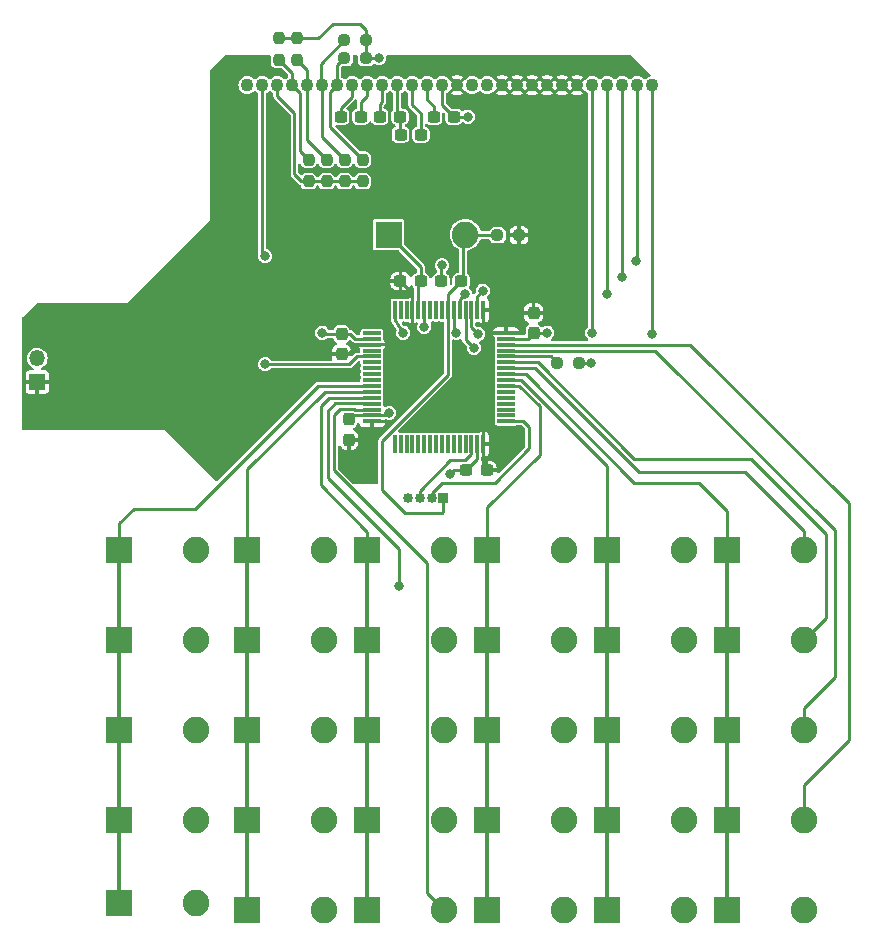
<source format=gbr>
%TF.GenerationSoftware,KiCad,Pcbnew,7.99.0-3539-g7abe2e3ea0*%
%TF.CreationDate,2023-11-11T22:30:26+01:00*%
%TF.ProjectId,KS100,4b533130-302e-46b6-9963-61645f706362,rev?*%
%TF.SameCoordinates,Original*%
%TF.FileFunction,Copper,L1,Top*%
%TF.FilePolarity,Positive*%
%FSLAX46Y46*%
G04 Gerber Fmt 4.6, Leading zero omitted, Abs format (unit mm)*
G04 Created by KiCad (PCBNEW 7.99.0-3539-g7abe2e3ea0) date 2023-11-11 22:30:26*
%MOMM*%
%LPD*%
G01*
G04 APERTURE LIST*
G04 Aperture macros list*
%AMRoundRect*
0 Rectangle with rounded corners*
0 $1 Rounding radius*
0 $2 $3 $4 $5 $6 $7 $8 $9 X,Y pos of 4 corners*
0 Add a 4 corners polygon primitive as box body*
4,1,4,$2,$3,$4,$5,$6,$7,$8,$9,$2,$3,0*
0 Add four circle primitives for the rounded corners*
1,1,$1+$1,$2,$3*
1,1,$1+$1,$4,$5*
1,1,$1+$1,$6,$7*
1,1,$1+$1,$8,$9*
0 Add four rect primitives between the rounded corners*
20,1,$1+$1,$2,$3,$4,$5,0*
20,1,$1+$1,$4,$5,$6,$7,0*
20,1,$1+$1,$6,$7,$8,$9,0*
20,1,$1+$1,$8,$9,$2,$3,0*%
G04 Aperture macros list end*
%TA.AperFunction,ComponentPad*%
%ADD10R,2.250000X2.250000*%
%TD*%
%TA.AperFunction,ComponentPad*%
%ADD11C,2.250000*%
%TD*%
%TA.AperFunction,SMDPad,CuDef*%
%ADD12RoundRect,0.237500X0.237500X-0.250000X0.237500X0.250000X-0.237500X0.250000X-0.237500X-0.250000X0*%
%TD*%
%TA.AperFunction,ComponentPad*%
%ADD13R,0.850000X0.850000*%
%TD*%
%TA.AperFunction,ComponentPad*%
%ADD14O,0.850000X0.850000*%
%TD*%
%TA.AperFunction,SMDPad,CuDef*%
%ADD15RoundRect,0.237500X-0.237500X0.300000X-0.237500X-0.300000X0.237500X-0.300000X0.237500X0.300000X0*%
%TD*%
%TA.AperFunction,ComponentPad*%
%ADD16R,1.350000X1.350000*%
%TD*%
%TA.AperFunction,ComponentPad*%
%ADD17O,1.350000X1.350000*%
%TD*%
%TA.AperFunction,SMDPad,CuDef*%
%ADD18RoundRect,0.237500X-0.250000X-0.237500X0.250000X-0.237500X0.250000X0.237500X-0.250000X0.237500X0*%
%TD*%
%TA.AperFunction,SMDPad,CuDef*%
%ADD19RoundRect,0.237500X0.300000X0.237500X-0.300000X0.237500X-0.300000X-0.237500X0.300000X-0.237500X0*%
%TD*%
%TA.AperFunction,SMDPad,CuDef*%
%ADD20RoundRect,0.237500X0.237500X-0.300000X0.237500X0.300000X-0.237500X0.300000X-0.237500X-0.300000X0*%
%TD*%
%TA.AperFunction,SMDPad,CuDef*%
%ADD21RoundRect,0.237500X-0.300000X-0.237500X0.300000X-0.237500X0.300000X0.237500X-0.300000X0.237500X0*%
%TD*%
%TA.AperFunction,ComponentPad*%
%ADD22C,1.100000*%
%TD*%
%TA.AperFunction,SMDPad,CuDef*%
%ADD23RoundRect,0.075000X-0.075000X0.700000X-0.075000X-0.700000X0.075000X-0.700000X0.075000X0.700000X0*%
%TD*%
%TA.AperFunction,SMDPad,CuDef*%
%ADD24RoundRect,0.075000X-0.700000X0.075000X-0.700000X-0.075000X0.700000X-0.075000X0.700000X0.075000X0*%
%TD*%
%TA.AperFunction,SMDPad,CuDef*%
%ADD25RoundRect,0.237500X0.250000X0.237500X-0.250000X0.237500X-0.250000X-0.237500X0.250000X-0.237500X0*%
%TD*%
%TA.AperFunction,ViaPad*%
%ADD26C,0.800000*%
%TD*%
%TA.AperFunction,Conductor*%
%ADD27C,0.250000*%
%TD*%
%TA.AperFunction,Conductor*%
%ADD28C,0.300000*%
%TD*%
G04 APERTURE END LIST*
D10*
%TO.P,SW28,1,1*%
%TO.N,/Calculator/X6*%
X171450000Y-128270000D03*
D11*
%TO.P,SW28,2,2*%
%TO.N,/Calculator/Y3*%
X177950000Y-128270000D03*
%TD*%
D10*
%TO.P,SW10,1,1*%
%TO.N,/Calculator/X2*%
X130810000Y-143510000D03*
D11*
%TO.P,SW10,2,2*%
%TO.N,/Calculator/Y5*%
X137310000Y-143510000D03*
%TD*%
D10*
%TO.P,SW27,1,1*%
%TO.N,/Calculator/X6*%
X171450000Y-120650000D03*
D11*
%TO.P,SW27,2,2*%
%TO.N,/Calculator/Y2*%
X177950000Y-120650000D03*
%TD*%
D10*
%TO.P,SW11,1,1*%
%TO.N,/Calculator/X3*%
X140970000Y-113030000D03*
D11*
%TO.P,SW11,2,2*%
%TO.N,/Calculator/Y1*%
X147470000Y-113030000D03*
%TD*%
D10*
%TO.P,SW7,1,1*%
%TO.N,/Calculator/X2*%
X130810000Y-120650000D03*
D11*
%TO.P,SW7,2,2*%
%TO.N,/Calculator/Y2*%
X137310000Y-120650000D03*
%TD*%
D10*
%TO.P,SW15,1,1*%
%TO.N,/Calculator/X3*%
X140970000Y-143510000D03*
D11*
%TO.P,SW15,2,2*%
%TO.N,/Calculator/Y5*%
X147470000Y-143510000D03*
%TD*%
D12*
%TO.P,R10,1*%
%TO.N,Net-(J3-Pin_24)*%
X135024500Y-71524500D03*
%TO.P,R10,2*%
%TO.N,GND*%
X135024500Y-69699500D03*
%TD*%
D10*
%TO.P,SW24,1,1*%
%TO.N,/Calculator/X5*%
X161290000Y-135890000D03*
D11*
%TO.P,SW24,2,2*%
%TO.N,/Calculator/Y4*%
X167790000Y-135890000D03*
%TD*%
D12*
%TO.P,R6,1*%
%TO.N,Net-(J3-Pin_26)*%
X139065000Y-81788000D03*
%TO.P,R6,2*%
%TO.N,Net-(J3-Pin_23)*%
X139065000Y-79963000D03*
%TD*%
D10*
%TO.P,SW6,1,1*%
%TO.N,/Calculator/X2*%
X130810000Y-113030000D03*
D11*
%TO.P,SW6,2,2*%
%TO.N,/Calculator/Y1*%
X137310000Y-113030000D03*
%TD*%
D10*
%TO.P,SW12,1,1*%
%TO.N,/Calculator/X3*%
X140970000Y-120650000D03*
D11*
%TO.P,SW12,2,2*%
%TO.N,/Calculator/Y2*%
X147470000Y-120650000D03*
%TD*%
D10*
%TO.P,SW3,1,1*%
%TO.N,/Calculator/X1*%
X119940000Y-128270000D03*
D11*
%TO.P,SW3,2,2*%
%TO.N,/Calculator/Y3*%
X126440000Y-128270000D03*
%TD*%
D10*
%TO.P,SW14,1,1*%
%TO.N,/Calculator/X3*%
X140970000Y-135890000D03*
D11*
%TO.P,SW14,2,2*%
%TO.N,/Calculator/Y4*%
X147470000Y-135890000D03*
%TD*%
D13*
%TO.P,J2,1,Pin_1*%
%TO.N,/Calculator/NRST*%
X147415000Y-108585000D03*
D14*
%TO.P,J2,2,Pin_2*%
%TO.N,/Calculator/SWCLK*%
X146415000Y-108585000D03*
%TO.P,J2,3,Pin_3*%
%TO.N,/Calculator/SWDIO*%
X145415000Y-108585000D03*
%TO.P,J2,4,Pin_4*%
%TO.N,GND*%
X144415000Y-108585000D03*
%TD*%
D10*
%TO.P,SW4,1,1*%
%TO.N,/Calculator/X1*%
X119940000Y-135890000D03*
D11*
%TO.P,SW4,2,2*%
%TO.N,/Calculator/Y4*%
X126440000Y-135890000D03*
%TD*%
D10*
%TO.P,SW23,1,1*%
%TO.N,/Calculator/X5*%
X161290000Y-128270000D03*
D11*
%TO.P,SW23,2,2*%
%TO.N,/Calculator/Y3*%
X167790000Y-128270000D03*
%TD*%
D10*
%TO.P,SW19,1,1*%
%TO.N,/Calculator/X4*%
X151130000Y-135890000D03*
D11*
%TO.P,SW19,2,2*%
%TO.N,/Calculator/Y4*%
X157630000Y-135890000D03*
%TD*%
D15*
%TO.P,C4,1*%
%TO.N,+BATT*%
X155049000Y-92940500D03*
%TO.P,C4,2*%
%TO.N,GND*%
X155049000Y-94665500D03*
%TD*%
D10*
%TO.P,SW26,1,1*%
%TO.N,/Calculator/X6*%
X171450000Y-113030000D03*
D11*
%TO.P,SW26,2,2*%
%TO.N,/Calculator/Y1*%
X177950000Y-113030000D03*
%TD*%
D10*
%TO.P,SW29,1,1*%
%TO.N,/Calculator/X6*%
X171450000Y-135890000D03*
D11*
%TO.P,SW29,2,2*%
%TO.N,/Calculator/Y4*%
X177950000Y-135890000D03*
%TD*%
D10*
%TO.P,SW1,1,1*%
%TO.N,/Calculator/X1*%
X119940000Y-113030000D03*
D11*
%TO.P,SW1,2,2*%
%TO.N,/Calculator/Y1*%
X126440000Y-113030000D03*
%TD*%
D16*
%TO.P,J1,1,Pin_1*%
%TO.N,+BATT*%
X113030000Y-98790000D03*
D17*
%TO.P,J1,2,Pin_2*%
%TO.N,GND*%
X113030000Y-96790000D03*
%TD*%
D10*
%TO.P,SW30,1,1*%
%TO.N,/Calculator/X6*%
X171450000Y-143510000D03*
D11*
%TO.P,SW30,2,2*%
%TO.N,/Calculator/Y5*%
X177950000Y-143510000D03*
%TD*%
D18*
%TO.P,R11,1*%
%TO.N,Net-(J3-Pin_23)*%
X139041500Y-69850000D03*
%TO.P,R11,2*%
%TO.N,GND*%
X140866500Y-69850000D03*
%TD*%
D10*
%TO.P,SW25,1,1*%
%TO.N,/Calculator/X5*%
X161290000Y-143510000D03*
D11*
%TO.P,SW25,2,2*%
%TO.N,/Calculator/Y5*%
X167790000Y-143510000D03*
%TD*%
D19*
%TO.P,C1,1*%
%TO.N,/Calculator/NRST*%
X148926500Y-90247000D03*
%TO.P,C1,2*%
%TO.N,GND*%
X147201500Y-90247000D03*
%TD*%
D18*
%TO.P,R12,1*%
%TO.N,Net-(J3-Pin_22)*%
X139041500Y-71374000D03*
%TO.P,R12,2*%
%TO.N,GND*%
X140866500Y-71374000D03*
%TD*%
D20*
%TO.P,C6,1*%
%TO.N,+BATT*%
X138793000Y-96443500D03*
%TO.P,C6,2*%
%TO.N,GND*%
X138793000Y-94718500D03*
%TD*%
D21*
%TO.P,C10,1*%
%TO.N,Net-(J3-Pin_21)*%
X138710500Y-76327000D03*
%TO.P,C10,2*%
%TO.N,Net-(J3-Pin_20)*%
X140435500Y-76327000D03*
%TD*%
D19*
%TO.P,C8,1*%
%TO.N,Net-(J3-Pin_17)*%
X145515500Y-77851000D03*
%TO.P,C8,2*%
%TO.N,Net-(J3-Pin_18)*%
X143790500Y-77851000D03*
%TD*%
D21*
%TO.P,C5,1*%
%TO.N,+BATT*%
X143772500Y-90247000D03*
%TO.P,C5,2*%
%TO.N,GND*%
X145497500Y-90247000D03*
%TD*%
D12*
%TO.P,R8,1*%
%TO.N,Net-(J3-Pin_26)*%
X140589000Y-81788000D03*
%TO.P,R8,2*%
%TO.N,Net-(J3-Pin_22)*%
X140589000Y-79963000D03*
%TD*%
D19*
%TO.P,C3,1*%
%TO.N,+BATT*%
X151085500Y-106249000D03*
%TO.P,C3,2*%
%TO.N,GND*%
X149360500Y-106249000D03*
%TD*%
D10*
%TO.P,SW5,1,1*%
%TO.N,/Calculator/X1*%
X119940000Y-142875000D03*
D11*
%TO.P,SW5,2,2*%
%TO.N,/Calculator/Y5*%
X126440000Y-142875000D03*
%TD*%
D22*
%TO.P,J3,1,Pin_1*%
%TO.N,/Calculator/NCS*%
X165100000Y-73660000D03*
%TO.P,J3,2,Pin_2*%
%TO.N,/Calculator/LCD_RST*%
X163830000Y-73660000D03*
%TO.P,J3,3,Pin_3*%
%TO.N,/Calculator/A0*%
X162560000Y-73660000D03*
%TO.P,J3,4,Pin_4*%
%TO.N,/Calculator/WR*%
X161290000Y-73660000D03*
%TO.P,J3,5,Pin_5*%
%TO.N,/Calculator/RD*%
X160020000Y-73660000D03*
%TO.P,J3,6,Pin_6*%
%TO.N,+BATT*%
X158750000Y-73660000D03*
%TO.P,J3,7,Pin_7*%
X157480000Y-73660000D03*
%TO.P,J3,8,Pin_8*%
X156210000Y-73660000D03*
%TO.P,J3,9,Pin_9*%
X154940000Y-73660000D03*
%TO.P,J3,10,Pin_10*%
X153670000Y-73660000D03*
%TO.P,J3,11,Pin_11*%
X152400000Y-73660000D03*
%TO.P,J3,12,Pin_12*%
%TO.N,/Calculator/SCL*%
X151130000Y-73660000D03*
%TO.P,J3,13,Pin_13*%
%TO.N,/Calculator/SI*%
X149860000Y-73660000D03*
%TO.P,J3,14,Pin_14*%
%TO.N,+BATT*%
X148590000Y-73660000D03*
%TO.P,J3,15,Pin_15*%
%TO.N,GND*%
X147320000Y-73660000D03*
%TO.P,J3,16,Pin_16*%
%TO.N,Net-(J3-Pin_16)*%
X146050000Y-73660000D03*
%TO.P,J3,17,Pin_17*%
%TO.N,Net-(J3-Pin_17)*%
X144780000Y-73660000D03*
%TO.P,J3,18,Pin_18*%
%TO.N,Net-(J3-Pin_18)*%
X143510000Y-73660000D03*
%TO.P,J3,19,Pin_19*%
%TO.N,Net-(J3-Pin_19)*%
X142240000Y-73660000D03*
%TO.P,J3,20,Pin_20*%
%TO.N,Net-(J3-Pin_20)*%
X140970000Y-73660000D03*
%TO.P,J3,21,Pin_21*%
%TO.N,Net-(J3-Pin_21)*%
X139700000Y-73660000D03*
%TO.P,J3,22,Pin_22*%
%TO.N,Net-(J3-Pin_22)*%
X138430000Y-73660000D03*
%TO.P,J3,23,Pin_23*%
%TO.N,Net-(J3-Pin_23)*%
X137160000Y-73660000D03*
%TO.P,J3,24,Pin_24*%
%TO.N,Net-(J3-Pin_24)*%
X135890000Y-73660000D03*
%TO.P,J3,25,Pin_25*%
%TO.N,Net-(J3-Pin_25)*%
X134620000Y-73660000D03*
%TO.P,J3,26,Pin_26*%
%TO.N,Net-(J3-Pin_26)*%
X133350000Y-73660000D03*
%TO.P,J3,27,Pin_27*%
%TO.N,/Calculator/C86*%
X132080000Y-73660000D03*
%TO.P,J3,28,Pin_28*%
%TO.N,GND*%
X130810000Y-73660000D03*
%TD*%
D10*
%TO.P,SW21,1,1*%
%TO.N,/Calculator/X5*%
X161290000Y-113030000D03*
D11*
%TO.P,SW21,2,2*%
%TO.N,/Calculator/Y1*%
X167790000Y-113030000D03*
%TD*%
D10*
%TO.P,SW17,1,1*%
%TO.N,/Calculator/X4*%
X151130000Y-120650000D03*
D11*
%TO.P,SW17,2,2*%
%TO.N,/Calculator/Y2*%
X157630000Y-120650000D03*
%TD*%
D10*
%TO.P,SW22,1,1*%
%TO.N,/Calculator/X5*%
X161290000Y-120650000D03*
D11*
%TO.P,SW22,2,2*%
%TO.N,/Calculator/Y2*%
X167790000Y-120650000D03*
%TD*%
D20*
%TO.P,C2,1*%
%TO.N,+BATT*%
X139428000Y-103682500D03*
%TO.P,C2,2*%
%TO.N,GND*%
X139428000Y-101957500D03*
%TD*%
D10*
%TO.P,SW18,1,1*%
%TO.N,/Calculator/X4*%
X151130000Y-128270000D03*
D11*
%TO.P,SW18,2,2*%
%TO.N,/Calculator/Y3*%
X157630000Y-128270000D03*
%TD*%
D12*
%TO.P,R5,1*%
%TO.N,Net-(J3-Pin_26)*%
X137541000Y-81788000D03*
%TO.P,R5,2*%
%TO.N,Net-(J3-Pin_24)*%
X137541000Y-79963000D03*
%TD*%
D10*
%TO.P,SW16,1,1*%
%TO.N,/Calculator/X4*%
X151130000Y-113030000D03*
D11*
%TO.P,SW16,2,2*%
%TO.N,/Calculator/Y1*%
X157630000Y-113030000D03*
%TD*%
D21*
%TO.P,C9,1*%
%TO.N,Net-(J3-Pin_19)*%
X142012500Y-76327000D03*
%TO.P,C9,2*%
%TO.N,Net-(J3-Pin_18)*%
X143737500Y-76327000D03*
%TD*%
D10*
%TO.P,SW2,1,1*%
%TO.N,/Calculator/X1*%
X119940000Y-120650000D03*
D11*
%TO.P,SW2,2,2*%
%TO.N,/Calculator/Y2*%
X126440000Y-120650000D03*
%TD*%
D10*
%TO.P,SW13,1,1*%
%TO.N,/Calculator/X3*%
X140970000Y-128270000D03*
D11*
%TO.P,SW13,2,2*%
%TO.N,/Calculator/Y3*%
X147470000Y-128270000D03*
%TD*%
D10*
%TO.P,SW20,1,1*%
%TO.N,/Calculator/X4*%
X151130000Y-143510000D03*
D11*
%TO.P,SW20,2,2*%
%TO.N,/Calculator/Y5*%
X157630000Y-143510000D03*
%TD*%
D23*
%TO.P,U1,1,VDD*%
%TO.N,+BATT*%
X150798000Y-92700000D03*
%TO.P,U1,2,PC13*%
%TO.N,/Calculator/A0*%
X150298000Y-92700000D03*
%TO.P,U1,3,PC14*%
%TO.N,/Calculator/WR*%
X149798000Y-92700000D03*
%TO.P,U1,4,PC15*%
%TO.N,/Calculator/RD*%
X149298000Y-92700000D03*
%TO.P,U1,5,PH0*%
%TO.N,/Calculator/LCD_RST*%
X148798000Y-92700000D03*
%TO.P,U1,6,PH1*%
%TO.N,/Calculator/NCS*%
X148298000Y-92700000D03*
%TO.P,U1,7,NRST*%
%TO.N,/Calculator/NRST*%
X147798000Y-92700000D03*
%TO.P,U1,8,PC0*%
%TO.N,unconnected-(U1-PC0-Pad8)*%
X147298000Y-92700000D03*
%TO.P,U1,9,PC1*%
%TO.N,unconnected-(U1-PC1-Pad9)*%
X146798000Y-92700000D03*
%TO.P,U1,10,PC2*%
%TO.N,unconnected-(U1-PC2-Pad10)*%
X146298000Y-92700000D03*
%TO.P,U1,11,PC3*%
%TO.N,/Calculator/SI*%
X145798000Y-92700000D03*
%TO.P,U1,12,VSSA*%
%TO.N,GND*%
X145298000Y-92700000D03*
%TO.P,U1,13,VDDA*%
%TO.N,+BATT*%
X144798000Y-92700000D03*
%TO.P,U1,14,PA0*%
%TO.N,unconnected-(U1-PA0-Pad14)*%
X144298000Y-92700000D03*
%TO.P,U1,15,PA1*%
%TO.N,unconnected-(U1-PA1-Pad15)*%
X143798000Y-92700000D03*
%TO.P,U1,16,PA2*%
%TO.N,unconnected-(U1-PA2-Pad16)*%
X143298000Y-92700000D03*
D24*
%TO.P,U1,17,PA3*%
%TO.N,unconnected-(U1-PA3-Pad17)*%
X141373000Y-94625000D03*
%TO.P,U1,18,VSS*%
%TO.N,GND*%
X141373000Y-95125000D03*
%TO.P,U1,19,VDD*%
%TO.N,+BATT*%
X141373000Y-95625000D03*
%TO.P,U1,20,PA4*%
%TO.N,unconnected-(U1-PA4-Pad20)*%
X141373000Y-96125000D03*
%TO.P,U1,21,PA5*%
%TO.N,/Calculator/C86*%
X141373000Y-96625000D03*
%TO.P,U1,22,PA6*%
%TO.N,unconnected-(U1-PA6-Pad22)*%
X141373000Y-97125000D03*
%TO.P,U1,23,PA7*%
%TO.N,unconnected-(U1-PA7-Pad23)*%
X141373000Y-97625000D03*
%TO.P,U1,24,PC4*%
%TO.N,unconnected-(U1-PC4-Pad24)*%
X141373000Y-98125000D03*
%TO.P,U1,25,PC5*%
%TO.N,unconnected-(U1-PC5-Pad25)*%
X141373000Y-98625000D03*
%TO.P,U1,26,PB0*%
%TO.N,/Calculator/X1*%
X141373000Y-99125000D03*
%TO.P,U1,27,PB1*%
%TO.N,/Calculator/X2*%
X141373000Y-99625000D03*
%TO.P,U1,28,PB2*%
%TO.N,/Calculator/X3*%
X141373000Y-100125000D03*
%TO.P,U1,29,PB10*%
%TO.N,/Calculator/SCL*%
X141373000Y-100625000D03*
%TO.P,U1,30,PB11*%
%TO.N,/Calculator/Y5*%
X141373000Y-101125000D03*
%TO.P,U1,31,VSS*%
%TO.N,GND*%
X141373000Y-101625000D03*
%TO.P,U1,32,VDD*%
%TO.N,+BATT*%
X141373000Y-102125000D03*
D23*
%TO.P,U1,33,PB12*%
%TO.N,unconnected-(U1-PB12-Pad33)*%
X143298000Y-104050000D03*
%TO.P,U1,34,PB13*%
%TO.N,unconnected-(U1-PB13-Pad34)*%
X143798000Y-104050000D03*
%TO.P,U1,35,PB14*%
%TO.N,unconnected-(U1-PB14-Pad35)*%
X144298000Y-104050000D03*
%TO.P,U1,36,PB15*%
%TO.N,unconnected-(U1-PB15-Pad36)*%
X144798000Y-104050000D03*
%TO.P,U1,37,PC6*%
%TO.N,unconnected-(U1-PC6-Pad37)*%
X145298000Y-104050000D03*
%TO.P,U1,38,PC7*%
%TO.N,unconnected-(U1-PC7-Pad38)*%
X145798000Y-104050000D03*
%TO.P,U1,39,PC8*%
%TO.N,unconnected-(U1-PC8-Pad39)*%
X146298000Y-104050000D03*
%TO.P,U1,40,PC9*%
%TO.N,unconnected-(U1-PC9-Pad40)*%
X146798000Y-104050000D03*
%TO.P,U1,41,PA8*%
%TO.N,unconnected-(U1-PA8-Pad41)*%
X147298000Y-104050000D03*
%TO.P,U1,42,PA9*%
%TO.N,unconnected-(U1-PA9-Pad42)*%
X147798000Y-104050000D03*
%TO.P,U1,43,PA10*%
%TO.N,unconnected-(U1-PA10-Pad43)*%
X148298000Y-104050000D03*
%TO.P,U1,44,PA11*%
%TO.N,unconnected-(U1-PA11-Pad44)*%
X148798000Y-104050000D03*
%TO.P,U1,45,PA12*%
%TO.N,unconnected-(U1-PA12-Pad45)*%
X149298000Y-104050000D03*
%TO.P,U1,46,PA13*%
%TO.N,/Calculator/SWDIO*%
X149798000Y-104050000D03*
%TO.P,U1,47,VSS*%
%TO.N,GND*%
X150298000Y-104050000D03*
%TO.P,U1,48,VDDIO2*%
%TO.N,+BATT*%
X150798000Y-104050000D03*
D24*
%TO.P,U1,49,PA14*%
%TO.N,/Calculator/SWCLK*%
X152723000Y-102125000D03*
%TO.P,U1,50,PA15*%
%TO.N,unconnected-(U1-PA15-Pad50)*%
X152723000Y-101625000D03*
%TO.P,U1,51,PC10*%
%TO.N,unconnected-(U1-PC10-Pad51)*%
X152723000Y-101125000D03*
%TO.P,U1,52,PC11*%
%TO.N,unconnected-(U1-PC11-Pad52)*%
X152723000Y-100625000D03*
%TO.P,U1,53,PC12*%
%TO.N,unconnected-(U1-PC12-Pad53)*%
X152723000Y-100125000D03*
%TO.P,U1,54,PD2*%
%TO.N,unconnected-(U1-PD2-Pad54)*%
X152723000Y-99625000D03*
%TO.P,U1,55,PB3*%
%TO.N,/Calculator/X4*%
X152723000Y-99125000D03*
%TO.P,U1,56,PB4*%
%TO.N,/Calculator/X5*%
X152723000Y-98625000D03*
%TO.P,U1,57,PB5*%
%TO.N,/Calculator/X6*%
X152723000Y-98125000D03*
%TO.P,U1,58,PB6*%
%TO.N,/Calculator/Y1*%
X152723000Y-97625000D03*
%TO.P,U1,59,PB7*%
%TO.N,/Calculator/Y2*%
X152723000Y-97125000D03*
%TO.P,U1,60,BOOT0*%
%TO.N,Net-(U1-BOOT0)*%
X152723000Y-96625000D03*
%TO.P,U1,61,PB8*%
%TO.N,/Calculator/Y3*%
X152723000Y-96125000D03*
%TO.P,U1,62,PB9*%
%TO.N,/Calculator/Y4*%
X152723000Y-95625000D03*
%TO.P,U1,63,VSS*%
%TO.N,GND*%
X152723000Y-95125000D03*
%TO.P,U1,64,VDD*%
%TO.N,+BATT*%
X152723000Y-94625000D03*
%TD*%
D10*
%TO.P,SW31,1,1*%
%TO.N,GND*%
X142782000Y-86310000D03*
D11*
%TO.P,SW31,2,2*%
%TO.N,/Calculator/NRST*%
X149282000Y-86310000D03*
%TD*%
D12*
%TO.P,R9,1*%
%TO.N,Net-(J3-Pin_25)*%
X133477000Y-71501000D03*
%TO.P,R9,2*%
%TO.N,GND*%
X133477000Y-69676000D03*
%TD*%
D25*
%TO.P,R1,1*%
%TO.N,+BATT*%
X153820500Y-86360000D03*
%TO.P,R1,2*%
%TO.N,/Calculator/NRST*%
X151995500Y-86360000D03*
%TD*%
D10*
%TO.P,SW9,1,1*%
%TO.N,/Calculator/X2*%
X130810000Y-135890000D03*
D11*
%TO.P,SW9,2,2*%
%TO.N,/Calculator/Y4*%
X137310000Y-135890000D03*
%TD*%
D21*
%TO.P,C7,1*%
%TO.N,Net-(J3-Pin_16)*%
X146584500Y-76327000D03*
%TO.P,C7,2*%
%TO.N,GND*%
X148309500Y-76327000D03*
%TD*%
D18*
%TO.P,R2,1*%
%TO.N,Net-(U1-BOOT0)*%
X157075500Y-97155000D03*
%TO.P,R2,2*%
%TO.N,GND*%
X158900500Y-97155000D03*
%TD*%
D12*
%TO.P,R7,1*%
%TO.N,Net-(J3-Pin_26)*%
X136017000Y-81788000D03*
%TO.P,R7,2*%
%TO.N,Net-(J3-Pin_25)*%
X136017000Y-79963000D03*
%TD*%
D10*
%TO.P,SW8,1,1*%
%TO.N,/Calculator/X2*%
X130810000Y-128270000D03*
D11*
%TO.P,SW8,2,2*%
%TO.N,/Calculator/Y3*%
X137310000Y-128270000D03*
%TD*%
D26*
%TO.N,/Calculator/NCS*%
X148522500Y-94615000D03*
%TO.N,/Calculator/LCD_RST*%
X149224664Y-91321500D03*
%TO.N,/Calculator/RD*%
X149987000Y-95885000D03*
%TO.N,/Calculator/WR*%
X150368000Y-94742000D03*
%TO.N,/Calculator/A0*%
X150749000Y-91059000D03*
%TO.N,unconnected-(U1-PA2-Pad16)*%
X144018000Y-94615000D03*
%TO.N,/Calculator/C86*%
X132334000Y-97282000D03*
X132334000Y-88138000D03*
%TO.N,/Calculator/NCS*%
X165100000Y-94742000D03*
%TO.N,GND*%
X149479000Y-76327000D03*
X147320000Y-88900000D03*
X142839701Y-101400500D03*
X137160000Y-94615000D03*
X159893000Y-97155000D03*
X147955000Y-106590500D03*
X141986000Y-71374000D03*
X156210000Y-94615000D03*
%TO.N,/Calculator/LCD_RST*%
X163703000Y-88519000D03*
%TO.N,/Calculator/WR*%
X161290000Y-91313000D03*
%TO.N,/Calculator/SCL*%
X143637000Y-116078000D03*
%TO.N,/Calculator/A0*%
X162560000Y-89916000D03*
%TO.N,/Calculator/RD*%
X160020000Y-94615000D03*
%TO.N,/Calculator/SI*%
X145798000Y-94107000D03*
%TD*%
D27*
%TO.N,/Calculator/RD*%
X160020000Y-73660000D02*
X160020000Y-94615000D01*
%TO.N,/Calculator/NCS*%
X148298000Y-94390500D02*
X148522500Y-94615000D01*
X148298000Y-92700000D02*
X148298000Y-94390500D01*
%TO.N,/Calculator/LCD_RST*%
X163830000Y-88392000D02*
X163830000Y-73660000D01*
X163703000Y-88519000D02*
X163830000Y-88392000D01*
X148798000Y-91748164D02*
X149224664Y-91321500D01*
X148798000Y-92700000D02*
X148798000Y-91748164D01*
%TO.N,/Calculator/RD*%
X149987000Y-95885000D02*
X149298000Y-95196000D01*
X149298000Y-95196000D02*
X149298000Y-92700000D01*
%TO.N,/Calculator/WR*%
X149798000Y-94172000D02*
X149798000Y-92700000D01*
X150368000Y-94742000D02*
X149798000Y-94172000D01*
X161290000Y-73660000D02*
X161290000Y-91313000D01*
%TO.N,/Calculator/A0*%
X162560000Y-73660000D02*
X162560000Y-89916000D01*
X150298000Y-91510000D02*
X150749000Y-91059000D01*
X150298000Y-92700000D02*
X150298000Y-91510000D01*
%TO.N,unconnected-(U1-PA2-Pad16)*%
X143298000Y-93542764D02*
X143298000Y-92700000D01*
X144018000Y-94615000D02*
X143298000Y-93542764D01*
%TO.N,/Calculator/SI*%
X145798000Y-94107000D02*
X145798000Y-92700000D01*
%TO.N,/Calculator/C86*%
X140103000Y-96625000D02*
X141373000Y-96625000D01*
X139422000Y-97306000D02*
X140103000Y-96625000D01*
X132358000Y-97306000D02*
X139422000Y-97306000D01*
X132334000Y-97282000D02*
X132358000Y-97306000D01*
X132080000Y-87884000D02*
X132334000Y-88138000D01*
X132080000Y-73660000D02*
X132080000Y-87884000D01*
%TO.N,Net-(J3-Pin_16)*%
X146584500Y-76327000D02*
X146584500Y-75464500D01*
X146050000Y-74930000D02*
X146050000Y-73660000D01*
X146584500Y-75464500D02*
X146050000Y-74930000D01*
%TO.N,Net-(J3-Pin_17)*%
X144780000Y-75311000D02*
X144780000Y-73660000D01*
X145515500Y-76046500D02*
X144780000Y-75311000D01*
X145515500Y-77851000D02*
X145515500Y-76046500D01*
%TO.N,Net-(J3-Pin_18)*%
X143510000Y-73660000D02*
X143510000Y-76099500D01*
X143737500Y-76327000D02*
X143737500Y-77798000D01*
X143737500Y-77798000D02*
X143790500Y-77851000D01*
X143510000Y-76099500D02*
X143737500Y-76327000D01*
%TO.N,Net-(J3-Pin_19)*%
X142240000Y-75057000D02*
X142012500Y-75284500D01*
X142012500Y-75284500D02*
X142012500Y-76327000D01*
X142240000Y-73660000D02*
X142240000Y-75057000D01*
%TO.N,Net-(J3-Pin_20)*%
X140970000Y-74549000D02*
X140435500Y-75083500D01*
X140970000Y-73660000D02*
X140970000Y-74549000D01*
X140435500Y-75083500D02*
X140435500Y-76327000D01*
%TO.N,Net-(J3-Pin_21)*%
X138710500Y-75615250D02*
X138710500Y-76327000D01*
X139700000Y-73660000D02*
X139700000Y-74625750D01*
X139700000Y-74625750D02*
X138710500Y-75615250D01*
%TO.N,/Calculator/NCS*%
X165100000Y-73660000D02*
X165100000Y-94742000D01*
%TO.N,/Calculator/Y2*%
X177950000Y-120650000D02*
X179832000Y-118768000D01*
X163576000Y-105283000D02*
X155418000Y-97125000D01*
X179832000Y-118768000D02*
X179832000Y-111633000D01*
X173482000Y-105283000D02*
X163576000Y-105283000D01*
X179832000Y-111633000D02*
X173482000Y-105283000D01*
X155418000Y-97125000D02*
X152723000Y-97125000D01*
%TO.N,/Calculator/X1*%
X119940000Y-113030000D02*
X119940000Y-110751000D01*
X136779000Y-99125000D02*
X126400500Y-109503500D01*
X126400500Y-109503500D02*
X121187500Y-109503500D01*
D28*
X119940000Y-113030000D02*
X119940000Y-120650000D01*
D27*
X119940000Y-110751000D02*
X121187500Y-109503500D01*
D28*
X119940000Y-128270000D02*
X119940000Y-135890000D01*
D27*
X136779000Y-99125000D02*
X141373000Y-99125000D01*
D28*
X119940000Y-142875000D02*
X119940000Y-135890000D01*
X119940000Y-120650000D02*
X119940000Y-128270000D01*
D27*
%TO.N,/Calculator/Y3*%
X180576000Y-111361000D02*
X165340000Y-96125000D01*
X165340000Y-96125000D02*
X152723000Y-96125000D01*
X177950000Y-128270000D02*
X177950000Y-126401000D01*
X177950000Y-126401000D02*
X180576000Y-123775000D01*
X180576000Y-123775000D02*
X180576000Y-111361000D01*
%TO.N,/Calculator/Y4*%
X177950000Y-132878000D02*
X181719000Y-129109000D01*
X181719000Y-129109000D02*
X181719000Y-109075000D01*
X177950000Y-135890000D02*
X177950000Y-132878000D01*
X181719000Y-109075000D02*
X168269000Y-95625000D01*
X168269000Y-95625000D02*
X152723000Y-95625000D01*
%TO.N,/Calculator/Y5*%
X138650698Y-101058698D02*
X138158698Y-101550698D01*
X146020000Y-142060000D02*
X147470000Y-143510000D01*
X139935076Y-101125000D02*
X139868774Y-101058698D01*
X139868774Y-101058698D02*
X138650698Y-101058698D01*
X138158000Y-106249000D02*
X146020000Y-114111000D01*
X138158000Y-101550000D02*
X138158000Y-106249000D01*
X146020000Y-114111000D02*
X146020000Y-142060000D01*
X141373000Y-101125000D02*
X139935076Y-101125000D01*
%TO.N,/Calculator/X2*%
X130810000Y-113030000D02*
X130810000Y-106172000D01*
X130810000Y-106172000D02*
X137357000Y-99625000D01*
D28*
X130810000Y-143510000D02*
X130810000Y-135890000D01*
X130810000Y-120650000D02*
X130810000Y-113030000D01*
D27*
X137357000Y-99625000D02*
X141373000Y-99625000D01*
D28*
X130810000Y-135890000D02*
X130810000Y-128270000D01*
X130810000Y-128270000D02*
X130810000Y-120650000D01*
D27*
%TO.N,/Calculator/X3*%
X137033000Y-107537000D02*
X137033000Y-100838000D01*
X140970000Y-111474000D02*
X137033000Y-107537000D01*
X137746000Y-100125000D02*
X141373000Y-100125000D01*
D28*
X140970000Y-143510000D02*
X140970000Y-135890000D01*
X140970000Y-128270000D02*
X140970000Y-120650000D01*
D27*
X140970000Y-113030000D02*
X140970000Y-111474000D01*
X137033000Y-100838000D02*
X137746000Y-100125000D01*
D28*
X140970000Y-120650000D02*
X140970000Y-113030000D01*
X140970000Y-135890000D02*
X140970000Y-128270000D01*
%TO.N,/Calculator/X4*%
X151130000Y-128270000D02*
X151130000Y-135890000D01*
X151130000Y-120650000D02*
X151130000Y-128270000D01*
D27*
X153862000Y-99125000D02*
X152723000Y-99125000D01*
X155575000Y-104961000D02*
X155575000Y-100838000D01*
X151130000Y-109406000D02*
X155575000Y-104961000D01*
D28*
X151130000Y-135890000D02*
X151130000Y-143510000D01*
D27*
X155575000Y-100838000D02*
X153862000Y-99125000D01*
X151130000Y-113030000D02*
X151130000Y-109406000D01*
D28*
X151130000Y-113030000D02*
X151130000Y-120650000D01*
D27*
%TO.N,/Calculator/X5*%
X161290000Y-113030000D02*
X161290000Y-105918000D01*
D28*
X161290000Y-113030000D02*
X161290000Y-120650000D01*
X161290000Y-120650000D02*
X161290000Y-128270000D01*
D27*
X161290000Y-105918000D02*
X153997000Y-98625000D01*
D28*
X161290000Y-135890000D02*
X161290000Y-140970000D01*
D27*
X153997000Y-98625000D02*
X152723000Y-98625000D01*
D28*
X161290000Y-128270000D02*
X161290000Y-135890000D01*
X161290000Y-140970000D02*
X161290000Y-143510000D01*
D27*
%TO.N,/Calculator/X6*%
X171450000Y-109728000D02*
X169037000Y-107315000D01*
X169037000Y-107315000D02*
X163576000Y-107315000D01*
X171450000Y-113030000D02*
X171450000Y-109728000D01*
X154386000Y-98125000D02*
X152723000Y-98125000D01*
D28*
X171450000Y-143510000D02*
X171450000Y-113030000D01*
D27*
X163576000Y-107315000D02*
X154386000Y-98125000D01*
%TO.N,/Calculator/Y1*%
X172974000Y-106426000D02*
X163957000Y-106426000D01*
X177950000Y-113030000D02*
X177950000Y-111402000D01*
X163957000Y-106426000D02*
X155156000Y-97625000D01*
X177950000Y-111402000D02*
X172974000Y-106426000D01*
X155156000Y-97625000D02*
X152723000Y-97625000D01*
%TO.N,+BATT*%
X113030000Y-98790000D02*
X121555000Y-98790000D01*
X121555000Y-98790000D02*
X123901500Y-96443500D01*
X150798000Y-104050000D02*
X150798000Y-105961500D01*
X140597500Y-103682500D02*
X141333000Y-102947000D01*
X138793000Y-96443500D02*
X139327500Y-96443500D01*
X123901500Y-96443500D02*
X138793000Y-96443500D01*
X141333000Y-102947000D02*
X141333000Y-102165000D01*
X144798000Y-92700000D02*
X144798000Y-91272500D01*
X150798000Y-105961500D02*
X151085500Y-106249000D01*
X139428000Y-103682500D02*
X140597500Y-103682500D01*
X141333000Y-102165000D02*
X141373000Y-102125000D01*
X139327500Y-96443500D02*
X140146000Y-95625000D01*
X144798000Y-91272500D02*
X143772500Y-90247000D01*
X140146000Y-95625000D02*
X141373000Y-95625000D01*
%TO.N,Net-(U1-BOOT0)*%
X152723000Y-96625000D02*
X156545500Y-96625000D01*
X156545500Y-96625000D02*
X157075500Y-97155000D01*
%TO.N,GND*%
X142615201Y-101625000D02*
X142839701Y-101400500D01*
X148309500Y-76327000D02*
X149479000Y-76327000D01*
X137263500Y-94718500D02*
X137160000Y-94615000D01*
X140866500Y-71374000D02*
X141986000Y-71374000D01*
X140866500Y-69850000D02*
X140866500Y-71374000D01*
X140335000Y-68453000D02*
X140866500Y-68984500D01*
X149360500Y-106249000D02*
X148296500Y-106249000D01*
X141373000Y-101625000D02*
X142615201Y-101625000D01*
X158900500Y-97155000D02*
X159893000Y-97155000D01*
X147320000Y-73660000D02*
X147320000Y-75337500D01*
X147320000Y-75337500D02*
X148309500Y-76327000D01*
X145497500Y-89025500D02*
X142782000Y-86310000D01*
X140866500Y-68984500D02*
X140866500Y-69850000D01*
X155049000Y-94665500D02*
X156159500Y-94665500D01*
X156159500Y-94665500D02*
X156210000Y-94615000D01*
X152723000Y-95125000D02*
X154589500Y-95125000D01*
X150298000Y-104050000D02*
X150298000Y-105311500D01*
X141373000Y-101625000D02*
X139760500Y-101625000D01*
X135024500Y-69699500D02*
X136802500Y-69699500D01*
X150298000Y-105311500D02*
X149360500Y-106249000D01*
X145298000Y-92700000D02*
X145298000Y-90446500D01*
X138049000Y-68453000D02*
X140335000Y-68453000D01*
X138793000Y-94718500D02*
X139529500Y-94718500D01*
X139529500Y-94718500D02*
X139936000Y-95125000D01*
X135001000Y-69676000D02*
X135024500Y-69699500D01*
X145497500Y-90247000D02*
X145497500Y-89025500D01*
X133477000Y-69676000D02*
X135001000Y-69676000D01*
X136802500Y-69699500D02*
X138049000Y-68453000D01*
X145298000Y-90446500D02*
X145497500Y-90247000D01*
X138793000Y-94718500D02*
X137263500Y-94718500D01*
X130786500Y-73683500D02*
X130810000Y-73660000D01*
X139760500Y-101625000D02*
X139428000Y-101957500D01*
X148296500Y-106249000D02*
X147955000Y-106590500D01*
X147201500Y-90247000D02*
X147201500Y-89018500D01*
X147201500Y-89018500D02*
X147320000Y-88900000D01*
X141373000Y-95125000D02*
X139936000Y-95125000D01*
X154589500Y-95125000D02*
X155049000Y-94665500D01*
%TO.N,Net-(J3-Pin_23)*%
X137033000Y-73533000D02*
X137033000Y-71858500D01*
X139065000Y-79963000D02*
X137160000Y-78058000D01*
X137160000Y-73660000D02*
X137033000Y-73533000D01*
X137033000Y-71858500D02*
X139041500Y-69850000D01*
X137160000Y-78058000D02*
X137160000Y-73660000D01*
%TO.N,Net-(J3-Pin_24)*%
X137541000Y-79963000D02*
X135890000Y-78312000D01*
X135890000Y-73660000D02*
X135890000Y-72390000D01*
X135890000Y-78312000D02*
X135890000Y-73660000D01*
X135890000Y-72390000D02*
X135024500Y-71524500D01*
X135024500Y-71524500D02*
X135024500Y-71374000D01*
%TO.N,Net-(J3-Pin_26)*%
X134805000Y-81211000D02*
X135382000Y-81788000D01*
X136017000Y-81788000D02*
X137541000Y-81788000D01*
X139065000Y-81788000D02*
X140589000Y-81788000D01*
X133350000Y-73660000D02*
X133350000Y-74539695D01*
X135382000Y-81788000D02*
X136017000Y-81788000D01*
X137541000Y-81788000D02*
X139065000Y-81788000D01*
X133350000Y-74539695D02*
X134805000Y-75994695D01*
X134805000Y-75994695D02*
X134805000Y-81211000D01*
%TO.N,Net-(J3-Pin_22)*%
X138430000Y-73660000D02*
X137848000Y-74242000D01*
X137848000Y-77222000D02*
X140589000Y-79963000D01*
X138430000Y-73660000D02*
X138430000Y-71985500D01*
X137848000Y-74242000D02*
X137848000Y-77222000D01*
X138430000Y-71985500D02*
X139041500Y-71374000D01*
%TO.N,/Calculator/SWDIO*%
X149280764Y-105410000D02*
X147988960Y-105410000D01*
X149798000Y-104892764D02*
X149280764Y-105410000D01*
X149798000Y-104050000D02*
X149798000Y-104892764D01*
X145415000Y-107983960D02*
X145415000Y-108585000D01*
X147988960Y-105410000D02*
X145415000Y-107983960D01*
%TO.N,/Calculator/SWCLK*%
X147320000Y-107315000D02*
X146415000Y-108220000D01*
X154686000Y-104394000D02*
X151765000Y-107315000D01*
X151765000Y-107315000D02*
X147320000Y-107315000D01*
X146415000Y-108220000D02*
X146415000Y-108585000D01*
X154195000Y-102125000D02*
X154686000Y-102616000D01*
X152723000Y-102125000D02*
X154195000Y-102125000D01*
X154686000Y-102616000D02*
X154686000Y-104394000D01*
%TO.N,/Calculator/NRST*%
X142240000Y-107950000D02*
X144145000Y-109855000D01*
X147798000Y-92700000D02*
X147798000Y-91375500D01*
X142240000Y-103765236D02*
X142240000Y-107950000D01*
X147415000Y-109760000D02*
X147415000Y-108585000D01*
X147798000Y-91375500D02*
X148926500Y-90247000D01*
X148926500Y-86665500D02*
X149282000Y-86310000D01*
X149098000Y-90309750D02*
X149098000Y-86728250D01*
X147798000Y-92700000D02*
X147798000Y-98207236D01*
X147798000Y-98207236D02*
X142240000Y-103765236D01*
X147320000Y-109855000D02*
X147415000Y-109760000D01*
X144145000Y-109855000D02*
X147320000Y-109855000D01*
X151995500Y-86360000D02*
X149332000Y-86360000D01*
X149332000Y-86360000D02*
X149282000Y-86310000D01*
%TO.N,Net-(J3-Pin_25)*%
X134620000Y-73660000D02*
X134620000Y-72644000D01*
X136017000Y-79963000D02*
X135255000Y-79201000D01*
X135255000Y-79201000D02*
X135255000Y-74295000D01*
X135255000Y-74295000D02*
X134620000Y-73660000D01*
X134620000Y-72644000D02*
X133477000Y-71501000D01*
%TO.N,/Calculator/SCL*%
X138278302Y-100608698D02*
X137668000Y-101219000D01*
X141373000Y-100625000D02*
X141356698Y-100608698D01*
X137668000Y-101219000D02*
X137668000Y-106934000D01*
X141356698Y-100608698D02*
X138278302Y-100608698D01*
X143637000Y-112903000D02*
X143637000Y-116078000D01*
X137668000Y-106934000D02*
X143637000Y-112903000D01*
%TD*%
%TA.AperFunction,Conductor*%
%TO.N,+BATT*%
G36*
X132744539Y-71139685D02*
G01*
X132790294Y-71192489D01*
X132801500Y-71244000D01*
X132801500Y-71803760D01*
X132804274Y-71833349D01*
X132847884Y-71957976D01*
X132926288Y-72064210D01*
X132926289Y-72064211D01*
X133032523Y-72142615D01*
X133032524Y-72142615D01*
X133032525Y-72142616D01*
X133157151Y-72186225D01*
X133157150Y-72186225D01*
X133186740Y-72189000D01*
X133186744Y-72189000D01*
X133653311Y-72189000D01*
X133720350Y-72208685D01*
X133740992Y-72225319D01*
X134258181Y-72742508D01*
X134291666Y-72803831D01*
X134294500Y-72830189D01*
X134294500Y-72909635D01*
X134274815Y-72976674D01*
X134236473Y-73014628D01*
X134149112Y-73069521D01*
X134149109Y-73069523D01*
X134072681Y-73145952D01*
X134011358Y-73179437D01*
X133941666Y-73174453D01*
X133897319Y-73145952D01*
X133820890Y-73069523D01*
X133820884Y-73069518D01*
X133677697Y-72979547D01*
X133677694Y-72979545D01*
X133518056Y-72923685D01*
X133350003Y-72904751D01*
X133349997Y-72904751D01*
X133181943Y-72923685D01*
X133022305Y-72979545D01*
X133022302Y-72979547D01*
X132879115Y-73069518D01*
X132879109Y-73069523D01*
X132802681Y-73145952D01*
X132741358Y-73179437D01*
X132671666Y-73174453D01*
X132627319Y-73145952D01*
X132550890Y-73069523D01*
X132550884Y-73069518D01*
X132407697Y-72979547D01*
X132407694Y-72979545D01*
X132248056Y-72923685D01*
X132080003Y-72904751D01*
X132079997Y-72904751D01*
X131911943Y-72923685D01*
X131752305Y-72979545D01*
X131752302Y-72979547D01*
X131609115Y-73069518D01*
X131609109Y-73069523D01*
X131532681Y-73145952D01*
X131471358Y-73179437D01*
X131401666Y-73174453D01*
X131357319Y-73145952D01*
X131280890Y-73069523D01*
X131280884Y-73069518D01*
X131137697Y-72979547D01*
X131137694Y-72979545D01*
X130978056Y-72923685D01*
X130810003Y-72904751D01*
X130809997Y-72904751D01*
X130641943Y-72923685D01*
X130482305Y-72979545D01*
X130482302Y-72979547D01*
X130339115Y-73069518D01*
X130339109Y-73069523D01*
X130219523Y-73189109D01*
X130219518Y-73189115D01*
X130129547Y-73332302D01*
X130129545Y-73332305D01*
X130073685Y-73491943D01*
X130054751Y-73659997D01*
X130054751Y-73660002D01*
X130073685Y-73828056D01*
X130129545Y-73987694D01*
X130129547Y-73987697D01*
X130219518Y-74130884D01*
X130219523Y-74130890D01*
X130339109Y-74250476D01*
X130339115Y-74250481D01*
X130482302Y-74340452D01*
X130482305Y-74340454D01*
X130482309Y-74340455D01*
X130482310Y-74340456D01*
X130531605Y-74357705D01*
X130641943Y-74396314D01*
X130809997Y-74415249D01*
X130810000Y-74415249D01*
X130810003Y-74415249D01*
X130978056Y-74396314D01*
X130979205Y-74395912D01*
X131137690Y-74340456D01*
X131137692Y-74340454D01*
X131137694Y-74340454D01*
X131137697Y-74340452D01*
X131280884Y-74250481D01*
X131280885Y-74250480D01*
X131280890Y-74250477D01*
X131357319Y-74174048D01*
X131418642Y-74140563D01*
X131488334Y-74145547D01*
X131532681Y-74174048D01*
X131609110Y-74250477D01*
X131696472Y-74305371D01*
X131742763Y-74357705D01*
X131754500Y-74410364D01*
X131754500Y-87934979D01*
X131752952Y-87934979D01*
X131748009Y-87972566D01*
X131751060Y-87973384D01*
X131748956Y-87981235D01*
X131728318Y-88137999D01*
X131728318Y-88138001D01*
X131748955Y-88294760D01*
X131748956Y-88294762D01*
X131802474Y-88423967D01*
X131809464Y-88440841D01*
X131905718Y-88566282D01*
X132031159Y-88662536D01*
X132177238Y-88723044D01*
X132255619Y-88733363D01*
X132333999Y-88743682D01*
X132334000Y-88743682D01*
X132334001Y-88743682D01*
X132386254Y-88736802D01*
X132490762Y-88723044D01*
X132636841Y-88662536D01*
X132762282Y-88566282D01*
X132858536Y-88440841D01*
X132919044Y-88294762D01*
X132939682Y-88138000D01*
X132937612Y-88122279D01*
X132919044Y-87981239D01*
X132919044Y-87981238D01*
X132858536Y-87835159D01*
X132762282Y-87709718D01*
X132636841Y-87613464D01*
X132490762Y-87552956D01*
X132490760Y-87552955D01*
X132483253Y-87549846D01*
X132484483Y-87546874D01*
X132437691Y-87518310D01*
X132407203Y-87455443D01*
X132405500Y-87434961D01*
X132405500Y-74410364D01*
X132425185Y-74343325D01*
X132463526Y-74305371D01*
X132550890Y-74250477D01*
X132627319Y-74174048D01*
X132688642Y-74140563D01*
X132758334Y-74145547D01*
X132802681Y-74174048D01*
X132879110Y-74250477D01*
X132966472Y-74305371D01*
X133012763Y-74357705D01*
X133024500Y-74410364D01*
X133024500Y-74582547D01*
X133046682Y-74665335D01*
X133068108Y-74702445D01*
X133089535Y-74739557D01*
X133781563Y-75431585D01*
X134443181Y-76093202D01*
X134476666Y-76154525D01*
X134479500Y-76180883D01*
X134479500Y-81253852D01*
X134501682Y-81336640D01*
X134523108Y-81373750D01*
X134544535Y-81410862D01*
X135182138Y-82048465D01*
X135256361Y-82091318D01*
X135278857Y-82097345D01*
X135338517Y-82133709D01*
X135363805Y-82176164D01*
X135387884Y-82244976D01*
X135466288Y-82351210D01*
X135466289Y-82351211D01*
X135572523Y-82429615D01*
X135572524Y-82429615D01*
X135572525Y-82429616D01*
X135697151Y-82473225D01*
X135697150Y-82473225D01*
X135726740Y-82476000D01*
X135726744Y-82476000D01*
X136307260Y-82476000D01*
X136336849Y-82473225D01*
X136461475Y-82429616D01*
X136567711Y-82351211D01*
X136646116Y-82244975D01*
X136661959Y-82199699D01*
X136702680Y-82142923D01*
X136767633Y-82117176D01*
X136836195Y-82130632D01*
X136886597Y-82179020D01*
X136896041Y-82199699D01*
X136911884Y-82244975D01*
X136911884Y-82244976D01*
X136990288Y-82351210D01*
X136990289Y-82351211D01*
X137096523Y-82429615D01*
X137096524Y-82429615D01*
X137096525Y-82429616D01*
X137221151Y-82473225D01*
X137221150Y-82473225D01*
X137250740Y-82476000D01*
X137250744Y-82476000D01*
X137831260Y-82476000D01*
X137860849Y-82473225D01*
X137985475Y-82429616D01*
X138091711Y-82351211D01*
X138170116Y-82244975D01*
X138185959Y-82199699D01*
X138226680Y-82142923D01*
X138291633Y-82117176D01*
X138360195Y-82130632D01*
X138410597Y-82179020D01*
X138420041Y-82199699D01*
X138435884Y-82244975D01*
X138435884Y-82244976D01*
X138514288Y-82351210D01*
X138514289Y-82351211D01*
X138620523Y-82429615D01*
X138620524Y-82429615D01*
X138620525Y-82429616D01*
X138745151Y-82473225D01*
X138745150Y-82473225D01*
X138774740Y-82476000D01*
X138774744Y-82476000D01*
X139355260Y-82476000D01*
X139384849Y-82473225D01*
X139509475Y-82429616D01*
X139615711Y-82351211D01*
X139694116Y-82244975D01*
X139709959Y-82199699D01*
X139750680Y-82142923D01*
X139815633Y-82117176D01*
X139884195Y-82130632D01*
X139934597Y-82179020D01*
X139944041Y-82199699D01*
X139959884Y-82244975D01*
X139959884Y-82244976D01*
X140038288Y-82351210D01*
X140038289Y-82351211D01*
X140144523Y-82429615D01*
X140144524Y-82429615D01*
X140144525Y-82429616D01*
X140269151Y-82473225D01*
X140269150Y-82473225D01*
X140298740Y-82476000D01*
X140298744Y-82476000D01*
X140879260Y-82476000D01*
X140908849Y-82473225D01*
X141033475Y-82429616D01*
X141139711Y-82351211D01*
X141218116Y-82244975D01*
X141261725Y-82120349D01*
X141263882Y-82097345D01*
X141264500Y-82090760D01*
X141264500Y-81485239D01*
X141261725Y-81455650D01*
X141218115Y-81331023D01*
X141139711Y-81224789D01*
X141139710Y-81224788D01*
X141033476Y-81146384D01*
X140908848Y-81102774D01*
X140908849Y-81102774D01*
X140879260Y-81100000D01*
X140879256Y-81100000D01*
X140298744Y-81100000D01*
X140298740Y-81100000D01*
X140269150Y-81102774D01*
X140144523Y-81146384D01*
X140038289Y-81224788D01*
X140038288Y-81224789D01*
X139959884Y-81331023D01*
X139944041Y-81376301D01*
X139903319Y-81433076D01*
X139838366Y-81458823D01*
X139769805Y-81445366D01*
X139719402Y-81396979D01*
X139709959Y-81376301D01*
X139694115Y-81331023D01*
X139615711Y-81224789D01*
X139615710Y-81224788D01*
X139509476Y-81146384D01*
X139384848Y-81102774D01*
X139384849Y-81102774D01*
X139355260Y-81100000D01*
X139355256Y-81100000D01*
X138774744Y-81100000D01*
X138774740Y-81100000D01*
X138745150Y-81102774D01*
X138620523Y-81146384D01*
X138514289Y-81224788D01*
X138514288Y-81224789D01*
X138435884Y-81331023D01*
X138420041Y-81376301D01*
X138379319Y-81433076D01*
X138314366Y-81458823D01*
X138245805Y-81445366D01*
X138195402Y-81396979D01*
X138185959Y-81376301D01*
X138170115Y-81331023D01*
X138091711Y-81224789D01*
X138091710Y-81224788D01*
X137985476Y-81146384D01*
X137860848Y-81102774D01*
X137860849Y-81102774D01*
X137831260Y-81100000D01*
X137831256Y-81100000D01*
X137250744Y-81100000D01*
X137250740Y-81100000D01*
X137221150Y-81102774D01*
X137096523Y-81146384D01*
X136990289Y-81224788D01*
X136990288Y-81224789D01*
X136911884Y-81331023D01*
X136896041Y-81376301D01*
X136855319Y-81433076D01*
X136790366Y-81458823D01*
X136721805Y-81445366D01*
X136671402Y-81396979D01*
X136661959Y-81376301D01*
X136646115Y-81331023D01*
X136567711Y-81224789D01*
X136567710Y-81224788D01*
X136461476Y-81146384D01*
X136336848Y-81102774D01*
X136336849Y-81102774D01*
X136307260Y-81100000D01*
X136307256Y-81100000D01*
X135726744Y-81100000D01*
X135726740Y-81100000D01*
X135697150Y-81102774D01*
X135572523Y-81146384D01*
X135466291Y-81224786D01*
X135460380Y-81230698D01*
X135399055Y-81264180D01*
X135329364Y-81259193D01*
X135285021Y-81230694D01*
X135166819Y-81112492D01*
X135133334Y-81051169D01*
X135130500Y-81024811D01*
X135130500Y-80414226D01*
X135150185Y-80347187D01*
X135202989Y-80301432D01*
X135272147Y-80291488D01*
X135335703Y-80320513D01*
X135371541Y-80373271D01*
X135387883Y-80419975D01*
X135387884Y-80419976D01*
X135466288Y-80526210D01*
X135466289Y-80526211D01*
X135572523Y-80604615D01*
X135572524Y-80604615D01*
X135572525Y-80604616D01*
X135697151Y-80648225D01*
X135697150Y-80648225D01*
X135726740Y-80651000D01*
X135726744Y-80651000D01*
X136307260Y-80651000D01*
X136336849Y-80648225D01*
X136461475Y-80604616D01*
X136567711Y-80526211D01*
X136646116Y-80419975D01*
X136661959Y-80374699D01*
X136702681Y-80317924D01*
X136767634Y-80292177D01*
X136836195Y-80305634D01*
X136886598Y-80354021D01*
X136896041Y-80374699D01*
X136911884Y-80419976D01*
X136990288Y-80526210D01*
X136990289Y-80526211D01*
X137096523Y-80604615D01*
X137096524Y-80604615D01*
X137096525Y-80604616D01*
X137221151Y-80648225D01*
X137221150Y-80648225D01*
X137250740Y-80651000D01*
X137250744Y-80651000D01*
X137831260Y-80651000D01*
X137860849Y-80648225D01*
X137985475Y-80604616D01*
X138091711Y-80526211D01*
X138170116Y-80419975D01*
X138185959Y-80374699D01*
X138226681Y-80317924D01*
X138291634Y-80292177D01*
X138360195Y-80305634D01*
X138410598Y-80354021D01*
X138420041Y-80374699D01*
X138435884Y-80419976D01*
X138514288Y-80526210D01*
X138514289Y-80526211D01*
X138620523Y-80604615D01*
X138620524Y-80604615D01*
X138620525Y-80604616D01*
X138745151Y-80648225D01*
X138745150Y-80648225D01*
X138774740Y-80651000D01*
X138774744Y-80651000D01*
X139355260Y-80651000D01*
X139384849Y-80648225D01*
X139509475Y-80604616D01*
X139615711Y-80526211D01*
X139694116Y-80419975D01*
X139709959Y-80374699D01*
X139750681Y-80317924D01*
X139815634Y-80292177D01*
X139884195Y-80305634D01*
X139934598Y-80354021D01*
X139944041Y-80374699D01*
X139959884Y-80419976D01*
X140038288Y-80526210D01*
X140038289Y-80526211D01*
X140144523Y-80604615D01*
X140144524Y-80604615D01*
X140144525Y-80604616D01*
X140269151Y-80648225D01*
X140269150Y-80648225D01*
X140298740Y-80651000D01*
X140298744Y-80651000D01*
X140879260Y-80651000D01*
X140908849Y-80648225D01*
X141033475Y-80604616D01*
X141139711Y-80526211D01*
X141218116Y-80419975D01*
X141261725Y-80295349D01*
X141264500Y-80265756D01*
X141264500Y-79660244D01*
X141261725Y-79630651D01*
X141218116Y-79506025D01*
X141139711Y-79399789D01*
X141139710Y-79399788D01*
X141033476Y-79321384D01*
X140908848Y-79277774D01*
X140908849Y-79277774D01*
X140879260Y-79275000D01*
X140879256Y-79275000D01*
X140412689Y-79275000D01*
X140345650Y-79255315D01*
X140325008Y-79238681D01*
X138300508Y-77214181D01*
X138267023Y-77152858D01*
X138272007Y-77083166D01*
X138313879Y-77027233D01*
X138379343Y-77002816D01*
X138388189Y-77002500D01*
X139063260Y-77002500D01*
X139092849Y-76999725D01*
X139145698Y-76981232D01*
X139217475Y-76956116D01*
X139323711Y-76877711D01*
X139402116Y-76771475D01*
X139445725Y-76646849D01*
X139448500Y-76617256D01*
X139448500Y-76036744D01*
X139448116Y-76032650D01*
X139445725Y-76007150D01*
X139417442Y-75926323D01*
X139402116Y-75882525D01*
X139386172Y-75860922D01*
X139323712Y-75776291D01*
X139323713Y-75776291D01*
X139323711Y-75776289D01*
X139259023Y-75728547D01*
X139216774Y-75672902D01*
X139211315Y-75603246D01*
X139244382Y-75541697D01*
X139244806Y-75541269D01*
X139916213Y-74869863D01*
X139977534Y-74836380D01*
X140047226Y-74841364D01*
X140103159Y-74883236D01*
X140127576Y-74948700D01*
X140123667Y-74989638D01*
X140110000Y-75040645D01*
X140110000Y-75546399D01*
X140090315Y-75613438D01*
X140037511Y-75659193D01*
X140026956Y-75663440D01*
X139928523Y-75697884D01*
X139822289Y-75776288D01*
X139822288Y-75776289D01*
X139743884Y-75882523D01*
X139700274Y-76007150D01*
X139697500Y-76036739D01*
X139697500Y-76617260D01*
X139700274Y-76646849D01*
X139743884Y-76771476D01*
X139822288Y-76877710D01*
X139822289Y-76877711D01*
X139928523Y-76956115D01*
X139928524Y-76956115D01*
X139928525Y-76956116D01*
X140053151Y-76999725D01*
X140053150Y-76999725D01*
X140082740Y-77002500D01*
X140082744Y-77002500D01*
X140788260Y-77002500D01*
X140817849Y-76999725D01*
X140870698Y-76981232D01*
X140942475Y-76956116D01*
X141048711Y-76877711D01*
X141124230Y-76775386D01*
X141179877Y-76733135D01*
X141249533Y-76727676D01*
X141311083Y-76760743D01*
X141323770Y-76775386D01*
X141399288Y-76877710D01*
X141399289Y-76877711D01*
X141505523Y-76956115D01*
X141505524Y-76956115D01*
X141505525Y-76956116D01*
X141630151Y-76999725D01*
X141630150Y-76999725D01*
X141659740Y-77002500D01*
X141659744Y-77002500D01*
X142365260Y-77002500D01*
X142394849Y-76999725D01*
X142447698Y-76981232D01*
X142519475Y-76956116D01*
X142625711Y-76877711D01*
X142704116Y-76771475D01*
X142747725Y-76646849D01*
X142750500Y-76617256D01*
X142750500Y-76036744D01*
X142750116Y-76032650D01*
X142747725Y-76007150D01*
X142719442Y-75926323D01*
X142704116Y-75882525D01*
X142688172Y-75860922D01*
X142625711Y-75776289D01*
X142625710Y-75776288D01*
X142519476Y-75697884D01*
X142519477Y-75697884D01*
X142421044Y-75663440D01*
X142364268Y-75622717D01*
X142338522Y-75557764D01*
X142338000Y-75546399D01*
X142338000Y-75470688D01*
X142357685Y-75403649D01*
X142374318Y-75383008D01*
X142403474Y-75353852D01*
X142439860Y-75317466D01*
X142439862Y-75317465D01*
X142500465Y-75256862D01*
X142543318Y-75182638D01*
X142555376Y-75137638D01*
X142565501Y-75099852D01*
X142565501Y-75014147D01*
X142565501Y-75009983D01*
X142565500Y-75009965D01*
X142565500Y-74410364D01*
X142585185Y-74343325D01*
X142623526Y-74305371D01*
X142710890Y-74250477D01*
X142787319Y-74174048D01*
X142848642Y-74140563D01*
X142918334Y-74145547D01*
X142962681Y-74174048D01*
X143039110Y-74250477D01*
X143126472Y-74305371D01*
X143172763Y-74357705D01*
X143184500Y-74410364D01*
X143184500Y-75669252D01*
X143164815Y-75736291D01*
X143134137Y-75769020D01*
X143124292Y-75776286D01*
X143124286Y-75776291D01*
X143045884Y-75882523D01*
X143002274Y-76007150D01*
X142999500Y-76036739D01*
X142999500Y-76617260D01*
X143002274Y-76646849D01*
X143045884Y-76771476D01*
X143124288Y-76877710D01*
X143124289Y-76877711D01*
X143230523Y-76956115D01*
X143230524Y-76956115D01*
X143230525Y-76956116D01*
X143249301Y-76962686D01*
X143302301Y-76981232D01*
X143359076Y-77021954D01*
X143384823Y-77086907D01*
X143371366Y-77155468D01*
X143322979Y-77205871D01*
X143302301Y-77215314D01*
X143283523Y-77221884D01*
X143177289Y-77300288D01*
X143177288Y-77300289D01*
X143098884Y-77406523D01*
X143055274Y-77531150D01*
X143052500Y-77560739D01*
X143052500Y-78141260D01*
X143055274Y-78170849D01*
X143098884Y-78295476D01*
X143177288Y-78401710D01*
X143177289Y-78401711D01*
X143283523Y-78480115D01*
X143283524Y-78480115D01*
X143283525Y-78480116D01*
X143408151Y-78523725D01*
X143408150Y-78523725D01*
X143437740Y-78526500D01*
X143437744Y-78526500D01*
X144143260Y-78526500D01*
X144172849Y-78523725D01*
X144206751Y-78511862D01*
X144297475Y-78480116D01*
X144403711Y-78401711D01*
X144482116Y-78295475D01*
X144525725Y-78170849D01*
X144528500Y-78141256D01*
X144528500Y-77560744D01*
X144525758Y-77531508D01*
X144525725Y-77531150D01*
X144502251Y-77464067D01*
X144482116Y-77406525D01*
X144403711Y-77300289D01*
X144403710Y-77300288D01*
X144297476Y-77221884D01*
X144225699Y-77196768D01*
X144168924Y-77156046D01*
X144143177Y-77091093D01*
X144156634Y-77022532D01*
X144205021Y-76972129D01*
X144225699Y-76962686D01*
X144244475Y-76956116D01*
X144350711Y-76877711D01*
X144429116Y-76771475D01*
X144472725Y-76646849D01*
X144475500Y-76617256D01*
X144475500Y-76036744D01*
X144475116Y-76032650D01*
X144472725Y-76007150D01*
X144444442Y-75926323D01*
X144429116Y-75882525D01*
X144413172Y-75860922D01*
X144350711Y-75776289D01*
X144350710Y-75776288D01*
X144244476Y-75697884D01*
X144119848Y-75654274D01*
X144119849Y-75654274D01*
X144090260Y-75651500D01*
X144090256Y-75651500D01*
X143959500Y-75651500D01*
X143892461Y-75631815D01*
X143846706Y-75579011D01*
X143835500Y-75527500D01*
X143835500Y-74410364D01*
X143855185Y-74343325D01*
X143893526Y-74305371D01*
X143980890Y-74250477D01*
X144057319Y-74174048D01*
X144118642Y-74140563D01*
X144188334Y-74145547D01*
X144232681Y-74174048D01*
X144309110Y-74250477D01*
X144396472Y-74305371D01*
X144442763Y-74357705D01*
X144454500Y-74410364D01*
X144454500Y-75353852D01*
X144476682Y-75436640D01*
X144491982Y-75463139D01*
X144519535Y-75510862D01*
X144519537Y-75510864D01*
X145153681Y-76145008D01*
X145187166Y-76206331D01*
X145190000Y-76232689D01*
X145190000Y-77070399D01*
X145170315Y-77137438D01*
X145117511Y-77183193D01*
X145106956Y-77187440D01*
X145008523Y-77221884D01*
X144902289Y-77300288D01*
X144902288Y-77300289D01*
X144823884Y-77406523D01*
X144780274Y-77531150D01*
X144777500Y-77560739D01*
X144777500Y-78141260D01*
X144780274Y-78170849D01*
X144823884Y-78295476D01*
X144902288Y-78401710D01*
X144902289Y-78401711D01*
X145008523Y-78480115D01*
X145008524Y-78480115D01*
X145008525Y-78480116D01*
X145133151Y-78523725D01*
X145133150Y-78523725D01*
X145162740Y-78526500D01*
X145162744Y-78526500D01*
X145868260Y-78526500D01*
X145897849Y-78523725D01*
X145931751Y-78511862D01*
X146022475Y-78480116D01*
X146128711Y-78401711D01*
X146207116Y-78295475D01*
X146250725Y-78170849D01*
X146253500Y-78141256D01*
X146253500Y-77560744D01*
X146250758Y-77531508D01*
X146250725Y-77531150D01*
X146227251Y-77464067D01*
X146207116Y-77406525D01*
X146128711Y-77300289D01*
X146128710Y-77300288D01*
X146022476Y-77221884D01*
X146022477Y-77221884D01*
X145924044Y-77187440D01*
X145867268Y-77146717D01*
X145841522Y-77081764D01*
X145841000Y-77070399D01*
X145841000Y-77027183D01*
X145860685Y-76960144D01*
X145913489Y-76914389D01*
X145982647Y-76904445D01*
X146038632Y-76927412D01*
X146077525Y-76956116D01*
X146202151Y-76999725D01*
X146202150Y-76999725D01*
X146231740Y-77002500D01*
X146231744Y-77002500D01*
X146937260Y-77002500D01*
X146966849Y-76999725D01*
X147019698Y-76981232D01*
X147091475Y-76956116D01*
X147197711Y-76877711D01*
X147276116Y-76771475D01*
X147319725Y-76646849D01*
X147322500Y-76617256D01*
X147322500Y-76099689D01*
X147342185Y-76032650D01*
X147394989Y-75986895D01*
X147464147Y-75976951D01*
X147527703Y-76005976D01*
X147534181Y-76012008D01*
X147535181Y-76013008D01*
X147568666Y-76074331D01*
X147571500Y-76100689D01*
X147571500Y-76617260D01*
X147574274Y-76646849D01*
X147617884Y-76771476D01*
X147696288Y-76877710D01*
X147696289Y-76877711D01*
X147802523Y-76956115D01*
X147802524Y-76956115D01*
X147802525Y-76956116D01*
X147927151Y-76999725D01*
X147927150Y-76999725D01*
X147956740Y-77002500D01*
X147956744Y-77002500D01*
X148662260Y-77002500D01*
X148691849Y-76999725D01*
X148744698Y-76981232D01*
X148816475Y-76956116D01*
X148922711Y-76877711D01*
X148951656Y-76838490D01*
X149007302Y-76796240D01*
X149076958Y-76790781D01*
X149126912Y-76813748D01*
X149176157Y-76851535D01*
X149176158Y-76851535D01*
X149176159Y-76851536D01*
X149322238Y-76912044D01*
X149400619Y-76922363D01*
X149478999Y-76932682D01*
X149479000Y-76932682D01*
X149479001Y-76932682D01*
X149531254Y-76925802D01*
X149635762Y-76912044D01*
X149781841Y-76851536D01*
X149907282Y-76755282D01*
X150003536Y-76629841D01*
X150064044Y-76483762D01*
X150084682Y-76327000D01*
X150064044Y-76170238D01*
X150003536Y-76024159D01*
X149907282Y-75898718D01*
X149781841Y-75802464D01*
X149635762Y-75741956D01*
X149635760Y-75741955D01*
X149479001Y-75721318D01*
X149478999Y-75721318D01*
X149322239Y-75741955D01*
X149322237Y-75741956D01*
X149176158Y-75802464D01*
X149126911Y-75840252D01*
X149061741Y-75865445D01*
X148993297Y-75851406D01*
X148951656Y-75815508D01*
X148922711Y-75776289D01*
X148922710Y-75776288D01*
X148816476Y-75697884D01*
X148691848Y-75654274D01*
X148691849Y-75654274D01*
X148662260Y-75651500D01*
X148662256Y-75651500D01*
X148145689Y-75651500D01*
X148078650Y-75631815D01*
X148058008Y-75615181D01*
X147681819Y-75238992D01*
X147648334Y-75177669D01*
X147645500Y-75151311D01*
X147645500Y-74410364D01*
X147665185Y-74343325D01*
X147703526Y-74305371D01*
X147790890Y-74250477D01*
X147910477Y-74130890D01*
X147910480Y-74130884D01*
X147914817Y-74125447D01*
X147915067Y-74125646D01*
X147926274Y-74111591D01*
X148317391Y-73720474D01*
X148356866Y-73815775D01*
X148434225Y-73893134D01*
X148529523Y-73932607D01*
X148104331Y-74357798D01*
X148104332Y-74357799D01*
X148162654Y-74400173D01*
X148162659Y-74400176D01*
X148325884Y-74472849D01*
X148325889Y-74472851D01*
X148500661Y-74510000D01*
X148679339Y-74510000D01*
X148854110Y-74472851D01*
X148854115Y-74472849D01*
X149017339Y-74400176D01*
X149075666Y-74357798D01*
X149075667Y-74357798D01*
X148650476Y-73932607D01*
X148745775Y-73893134D01*
X148823134Y-73815775D01*
X148862607Y-73720475D01*
X149253728Y-74111596D01*
X149264932Y-74125645D01*
X149265182Y-74125446D01*
X149269525Y-74130892D01*
X149389109Y-74250476D01*
X149389115Y-74250481D01*
X149532302Y-74340452D01*
X149532305Y-74340454D01*
X149532309Y-74340455D01*
X149532310Y-74340456D01*
X149581605Y-74357705D01*
X149691943Y-74396314D01*
X149859997Y-74415249D01*
X149860000Y-74415249D01*
X149860003Y-74415249D01*
X150028056Y-74396314D01*
X150029205Y-74395912D01*
X150187690Y-74340456D01*
X150187692Y-74340454D01*
X150187694Y-74340454D01*
X150187697Y-74340452D01*
X150330884Y-74250481D01*
X150330885Y-74250480D01*
X150330890Y-74250477D01*
X150407319Y-74174048D01*
X150468642Y-74140563D01*
X150538334Y-74145547D01*
X150582681Y-74174048D01*
X150659109Y-74250476D01*
X150659115Y-74250481D01*
X150802302Y-74340452D01*
X150802305Y-74340454D01*
X150802309Y-74340455D01*
X150802310Y-74340456D01*
X150851605Y-74357705D01*
X150961943Y-74396314D01*
X151129997Y-74415249D01*
X151130000Y-74415249D01*
X151130003Y-74415249D01*
X151298056Y-74396314D01*
X151299205Y-74395912D01*
X151457690Y-74340456D01*
X151457692Y-74340454D01*
X151457694Y-74340454D01*
X151457697Y-74340452D01*
X151600884Y-74250481D01*
X151600884Y-74250480D01*
X151600890Y-74250477D01*
X151720477Y-74130890D01*
X151720480Y-74130884D01*
X151724817Y-74125447D01*
X151725067Y-74125646D01*
X151736274Y-74111591D01*
X152127391Y-73720474D01*
X152166866Y-73815775D01*
X152244225Y-73893134D01*
X152339523Y-73932607D01*
X151914331Y-74357798D01*
X151914332Y-74357799D01*
X151972654Y-74400173D01*
X151972659Y-74400176D01*
X152135884Y-74472849D01*
X152135889Y-74472851D01*
X152310661Y-74510000D01*
X152489339Y-74510000D01*
X152664110Y-74472851D01*
X152664115Y-74472849D01*
X152827339Y-74400176D01*
X152885666Y-74357798D01*
X152885667Y-74357798D01*
X152460476Y-73932607D01*
X152555775Y-73893134D01*
X152633134Y-73815775D01*
X152672607Y-73720475D01*
X153035000Y-74082868D01*
X153397392Y-73720475D01*
X153436866Y-73815775D01*
X153514225Y-73893134D01*
X153609523Y-73932607D01*
X153184331Y-74357798D01*
X153184332Y-74357799D01*
X153242654Y-74400173D01*
X153242659Y-74400176D01*
X153405884Y-74472849D01*
X153405889Y-74472851D01*
X153580661Y-74510000D01*
X153759339Y-74510000D01*
X153934110Y-74472851D01*
X153934115Y-74472849D01*
X154097339Y-74400176D01*
X154155666Y-74357798D01*
X154155667Y-74357798D01*
X153730476Y-73932607D01*
X153825775Y-73893134D01*
X153903134Y-73815775D01*
X153942607Y-73720475D01*
X154305000Y-74082868D01*
X154667392Y-73720475D01*
X154706866Y-73815775D01*
X154784225Y-73893134D01*
X154879523Y-73932607D01*
X154454331Y-74357798D01*
X154454332Y-74357799D01*
X154512654Y-74400173D01*
X154512659Y-74400176D01*
X154675884Y-74472849D01*
X154675889Y-74472851D01*
X154850661Y-74510000D01*
X155029339Y-74510000D01*
X155204110Y-74472851D01*
X155204115Y-74472849D01*
X155367339Y-74400176D01*
X155425666Y-74357798D01*
X155425667Y-74357798D01*
X155000476Y-73932607D01*
X155095775Y-73893134D01*
X155173134Y-73815775D01*
X155212607Y-73720475D01*
X155575000Y-74082868D01*
X155937392Y-73720475D01*
X155976866Y-73815775D01*
X156054225Y-73893134D01*
X156149523Y-73932607D01*
X155724331Y-74357798D01*
X155724332Y-74357799D01*
X155782654Y-74400173D01*
X155782659Y-74400176D01*
X155945884Y-74472849D01*
X155945889Y-74472851D01*
X156120661Y-74510000D01*
X156299339Y-74510000D01*
X156474110Y-74472851D01*
X156474115Y-74472849D01*
X156637339Y-74400176D01*
X156695666Y-74357798D01*
X156695667Y-74357798D01*
X156270476Y-73932607D01*
X156365775Y-73893134D01*
X156443134Y-73815775D01*
X156482607Y-73720475D01*
X156845000Y-74082868D01*
X157207392Y-73720475D01*
X157246866Y-73815775D01*
X157324225Y-73893134D01*
X157419523Y-73932607D01*
X156994331Y-74357798D01*
X156994332Y-74357799D01*
X157052654Y-74400173D01*
X157052659Y-74400176D01*
X157215884Y-74472849D01*
X157215889Y-74472851D01*
X157390661Y-74510000D01*
X157569339Y-74510000D01*
X157744110Y-74472851D01*
X157744115Y-74472849D01*
X157907339Y-74400176D01*
X157965666Y-74357798D01*
X157965667Y-74357798D01*
X157540476Y-73932607D01*
X157635775Y-73893134D01*
X157713134Y-73815775D01*
X157752607Y-73720475D01*
X158115000Y-74082868D01*
X158477392Y-73720475D01*
X158516866Y-73815775D01*
X158594225Y-73893134D01*
X158689523Y-73932607D01*
X158264331Y-74357798D01*
X158264332Y-74357799D01*
X158322654Y-74400173D01*
X158322659Y-74400176D01*
X158485884Y-74472849D01*
X158485889Y-74472851D01*
X158660661Y-74510000D01*
X158839339Y-74510000D01*
X159014110Y-74472851D01*
X159014115Y-74472849D01*
X159177339Y-74400176D01*
X159235666Y-74357798D01*
X159235667Y-74357798D01*
X158810476Y-73932607D01*
X158905775Y-73893134D01*
X158983134Y-73815775D01*
X159022607Y-73720475D01*
X159413728Y-74111596D01*
X159424932Y-74125645D01*
X159425182Y-74125446D01*
X159429519Y-74130884D01*
X159429523Y-74130890D01*
X159549110Y-74250477D01*
X159636472Y-74305371D01*
X159682763Y-74357705D01*
X159694500Y-74410364D01*
X159694500Y-94046699D01*
X159674815Y-94113738D01*
X159645988Y-94145074D01*
X159591720Y-94186715D01*
X159495463Y-94312160D01*
X159434956Y-94458237D01*
X159434955Y-94458239D01*
X159414318Y-94614998D01*
X159414318Y-94615001D01*
X159434955Y-94771760D01*
X159434956Y-94771762D01*
X159495464Y-94917841D01*
X159591718Y-95043282D01*
X159635824Y-95077125D01*
X159677025Y-95133552D01*
X159681180Y-95203298D01*
X159646968Y-95264219D01*
X159585250Y-95296971D01*
X159560336Y-95299500D01*
X156669664Y-95299500D01*
X156602625Y-95279815D01*
X156556870Y-95227011D01*
X156546926Y-95157853D01*
X156575951Y-95094297D01*
X156594172Y-95077128D01*
X156638282Y-95043282D01*
X156734536Y-94917841D01*
X156795044Y-94771762D01*
X156815682Y-94615000D01*
X156795044Y-94458238D01*
X156734536Y-94312159D01*
X156638282Y-94186718D01*
X156512841Y-94090464D01*
X156471862Y-94073490D01*
X156366762Y-94029956D01*
X156366760Y-94029955D01*
X156210001Y-94009318D01*
X156209999Y-94009318D01*
X156053239Y-94029955D01*
X156053237Y-94029956D01*
X155907157Y-94090464D01*
X155829091Y-94150367D01*
X155763922Y-94175561D01*
X155695477Y-94161522D01*
X155653835Y-94125625D01*
X155615358Y-94073490D01*
X155599711Y-94052289D01*
X155599709Y-94052288D01*
X155599709Y-94052287D01*
X155493477Y-93973885D01*
X155493475Y-93973884D01*
X155489391Y-93972455D01*
X155485527Y-93969683D01*
X155485260Y-93969542D01*
X155485279Y-93969505D01*
X155432618Y-93931733D01*
X155406872Y-93866780D01*
X155420329Y-93798219D01*
X155468717Y-93747817D01*
X155484860Y-93740060D01*
X155552413Y-93713420D01*
X155670143Y-93624143D01*
X155759420Y-93506413D01*
X155759423Y-93506407D01*
X155813626Y-93368958D01*
X155824000Y-93282571D01*
X155824000Y-93090500D01*
X154274000Y-93090500D01*
X154274000Y-93282571D01*
X154284373Y-93368958D01*
X154338576Y-93506407D01*
X154338579Y-93506413D01*
X154427856Y-93624143D01*
X154545586Y-93713420D01*
X154545592Y-93713423D01*
X154613139Y-93740061D01*
X154668283Y-93782967D01*
X154691476Y-93848875D01*
X154675355Y-93916859D01*
X154625038Y-93965335D01*
X154608608Y-93972455D01*
X154604524Y-93973884D01*
X154604523Y-93973884D01*
X154498289Y-94052288D01*
X154498288Y-94052289D01*
X154419884Y-94158523D01*
X154376274Y-94283150D01*
X154373500Y-94312739D01*
X154373500Y-94675500D01*
X154353815Y-94742539D01*
X154301011Y-94788294D01*
X154249500Y-94799500D01*
X153870147Y-94799500D01*
X153803108Y-94779815D01*
X153797556Y-94775000D01*
X153458257Y-94775000D01*
X153452177Y-94774701D01*
X153450135Y-94774500D01*
X151995868Y-94774500D01*
X151993837Y-94774701D01*
X151987755Y-94775000D01*
X151653742Y-94775000D01*
X151658619Y-94808479D01*
X151713587Y-94920919D01*
X151719556Y-94929278D01*
X151718069Y-94930339D01*
X151745614Y-94980783D01*
X151747852Y-95019283D01*
X151747500Y-95022860D01*
X151747500Y-95227129D01*
X151763486Y-95307498D01*
X151768159Y-95318780D01*
X151766714Y-95319378D01*
X151783436Y-95372788D01*
X151767482Y-95430938D01*
X151768159Y-95431219D01*
X151765926Y-95436609D01*
X151764950Y-95440168D01*
X151763550Y-95442345D01*
X151763484Y-95442505D01*
X151747500Y-95522863D01*
X151747500Y-95727129D01*
X151763486Y-95807498D01*
X151768159Y-95818780D01*
X151766714Y-95819378D01*
X151783436Y-95872788D01*
X151767482Y-95930938D01*
X151768159Y-95931219D01*
X151765926Y-95936609D01*
X151764950Y-95940168D01*
X151763550Y-95942345D01*
X151763484Y-95942505D01*
X151747500Y-96022863D01*
X151747500Y-96227129D01*
X151750565Y-96242539D01*
X151760701Y-96293500D01*
X151763486Y-96307498D01*
X151768159Y-96318780D01*
X151766714Y-96319378D01*
X151783436Y-96372788D01*
X151767482Y-96430938D01*
X151768159Y-96431219D01*
X151765926Y-96436609D01*
X151764950Y-96440168D01*
X151763550Y-96442345D01*
X151763484Y-96442505D01*
X151747500Y-96522863D01*
X151747500Y-96727129D01*
X151753534Y-96757463D01*
X151760005Y-96790000D01*
X151763486Y-96807498D01*
X151768159Y-96818780D01*
X151766714Y-96819378D01*
X151783436Y-96872788D01*
X151767482Y-96930938D01*
X151768159Y-96931219D01*
X151765926Y-96936609D01*
X151764950Y-96940168D01*
X151763550Y-96942345D01*
X151763484Y-96942505D01*
X151747500Y-97022863D01*
X151747500Y-97227129D01*
X151763486Y-97307498D01*
X151768159Y-97318780D01*
X151766714Y-97319378D01*
X151783436Y-97372788D01*
X151767482Y-97430938D01*
X151768159Y-97431219D01*
X151765926Y-97436609D01*
X151764950Y-97440168D01*
X151763550Y-97442345D01*
X151763484Y-97442505D01*
X151747500Y-97522863D01*
X151747500Y-97727129D01*
X151750069Y-97740043D01*
X151763294Y-97806536D01*
X151763486Y-97807498D01*
X151768159Y-97818780D01*
X151766714Y-97819378D01*
X151783436Y-97872788D01*
X151767482Y-97930938D01*
X151768159Y-97931219D01*
X151765926Y-97936609D01*
X151764950Y-97940168D01*
X151763550Y-97942345D01*
X151763484Y-97942505D01*
X151747500Y-98022863D01*
X151747500Y-98227129D01*
X151763486Y-98307498D01*
X151768159Y-98318780D01*
X151766714Y-98319378D01*
X151783436Y-98372788D01*
X151767482Y-98430938D01*
X151768159Y-98431219D01*
X151765926Y-98436609D01*
X151764950Y-98440168D01*
X151763550Y-98442345D01*
X151763484Y-98442505D01*
X151747500Y-98522863D01*
X151747500Y-98727129D01*
X151763486Y-98807498D01*
X151768159Y-98818780D01*
X151766714Y-98819378D01*
X151783436Y-98872788D01*
X151767482Y-98930938D01*
X151768159Y-98931219D01*
X151765926Y-98936609D01*
X151764950Y-98940168D01*
X151763550Y-98942345D01*
X151763484Y-98942505D01*
X151747500Y-99022863D01*
X151747500Y-99227129D01*
X151763486Y-99307498D01*
X151768159Y-99318780D01*
X151766714Y-99319378D01*
X151783436Y-99372788D01*
X151767482Y-99430938D01*
X151768159Y-99431219D01*
X151765926Y-99436609D01*
X151764950Y-99440168D01*
X151763550Y-99442345D01*
X151763484Y-99442505D01*
X151747500Y-99522863D01*
X151747500Y-99727129D01*
X151763486Y-99807498D01*
X151768159Y-99818780D01*
X151766714Y-99819378D01*
X151783436Y-99872788D01*
X151767482Y-99930938D01*
X151768159Y-99931219D01*
X151765926Y-99936609D01*
X151764950Y-99940168D01*
X151763550Y-99942345D01*
X151763484Y-99942505D01*
X151747500Y-100022863D01*
X151747500Y-100227129D01*
X151763486Y-100307498D01*
X151768159Y-100318780D01*
X151766714Y-100319378D01*
X151783436Y-100372788D01*
X151767482Y-100430938D01*
X151768159Y-100431219D01*
X151765926Y-100436609D01*
X151764950Y-100440168D01*
X151763550Y-100442345D01*
X151763484Y-100442505D01*
X151747500Y-100522863D01*
X151747500Y-100727129D01*
X151763486Y-100807498D01*
X151768159Y-100818780D01*
X151766714Y-100819378D01*
X151783436Y-100872788D01*
X151767482Y-100930938D01*
X151768159Y-100931219D01*
X151765926Y-100936609D01*
X151764950Y-100940168D01*
X151763550Y-100942345D01*
X151763484Y-100942505D01*
X151747500Y-101022863D01*
X151747500Y-101227129D01*
X151763486Y-101307498D01*
X151768159Y-101318780D01*
X151766714Y-101319378D01*
X151783436Y-101372788D01*
X151767482Y-101430938D01*
X151768159Y-101431219D01*
X151765926Y-101436609D01*
X151764950Y-101440168D01*
X151763550Y-101442345D01*
X151763484Y-101442505D01*
X151747500Y-101522863D01*
X151747500Y-101727129D01*
X151763486Y-101807498D01*
X151768159Y-101818780D01*
X151766714Y-101819378D01*
X151783436Y-101872788D01*
X151767482Y-101930938D01*
X151768159Y-101931219D01*
X151765926Y-101936609D01*
X151764950Y-101940168D01*
X151763550Y-101942345D01*
X151763484Y-101942505D01*
X151747500Y-102022863D01*
X151747500Y-102227129D01*
X151763485Y-102307495D01*
X151824375Y-102398624D01*
X151857741Y-102420918D01*
X151915505Y-102459515D01*
X151915508Y-102459515D01*
X151915509Y-102459516D01*
X151955686Y-102467507D01*
X151995867Y-102475500D01*
X153450132Y-102475499D01*
X153530495Y-102459515D01*
X153530496Y-102459514D01*
X153542473Y-102457132D01*
X153542515Y-102457344D01*
X153576924Y-102450500D01*
X154008811Y-102450500D01*
X154075850Y-102470185D01*
X154096492Y-102486819D01*
X154324181Y-102714508D01*
X154357666Y-102775831D01*
X154360500Y-102802189D01*
X154360500Y-104207810D01*
X154340815Y-104274849D01*
X154324181Y-104295491D01*
X152134681Y-106484991D01*
X152073358Y-106518476D01*
X152003666Y-106513492D01*
X151947733Y-106471620D01*
X151923316Y-106406156D01*
X151923062Y-106399062D01*
X151923000Y-106399000D01*
X151059500Y-106399000D01*
X150992461Y-106379315D01*
X150946706Y-106326511D01*
X150935500Y-106275000D01*
X150935500Y-105474000D01*
X151235500Y-105474000D01*
X151235500Y-106099000D01*
X151923000Y-106099000D01*
X151923000Y-105969428D01*
X151912626Y-105883041D01*
X151858423Y-105745592D01*
X151858420Y-105745586D01*
X151769143Y-105627856D01*
X151651413Y-105538579D01*
X151651407Y-105538576D01*
X151513958Y-105484373D01*
X151427572Y-105474000D01*
X151235500Y-105474000D01*
X150935500Y-105474000D01*
X150747500Y-105474000D01*
X150680461Y-105454315D01*
X150634706Y-105401511D01*
X150623500Y-105350000D01*
X150623500Y-105197144D01*
X150643185Y-105130105D01*
X150648000Y-105124553D01*
X150648000Y-104785254D01*
X150648299Y-104779171D01*
X150648497Y-104777143D01*
X150648500Y-104777133D01*
X150648500Y-104200000D01*
X150948000Y-104200000D01*
X150948000Y-105119257D01*
X150981477Y-105114380D01*
X150981479Y-105114379D01*
X151093918Y-105059412D01*
X151182412Y-104970918D01*
X151237379Y-104858482D01*
X151248000Y-104785582D01*
X151248000Y-104200000D01*
X150948000Y-104200000D01*
X150648500Y-104200000D01*
X150648499Y-103322868D01*
X150648499Y-103322865D01*
X150648299Y-103320834D01*
X150648000Y-103314754D01*
X150648000Y-102980742D01*
X150647999Y-102980741D01*
X150948000Y-102980741D01*
X150948000Y-103900000D01*
X151248000Y-103900000D01*
X151248000Y-103314417D01*
X151237379Y-103241517D01*
X151182412Y-103129081D01*
X151093918Y-103040587D01*
X150981479Y-102985619D01*
X150948000Y-102980741D01*
X150647999Y-102980741D01*
X150614519Y-102985619D01*
X150502084Y-103040586D01*
X150493723Y-103046556D01*
X150492662Y-103045071D01*
X150442207Y-103072616D01*
X150403717Y-103074852D01*
X150400139Y-103074500D01*
X150195870Y-103074500D01*
X150135867Y-103086434D01*
X150115505Y-103090485D01*
X150115504Y-103090485D01*
X150115501Y-103090486D01*
X150104220Y-103095159D01*
X150103621Y-103093714D01*
X150050204Y-103110436D01*
X149992061Y-103094481D01*
X149991781Y-103095159D01*
X149986383Y-103092923D01*
X149982825Y-103091947D01*
X149980648Y-103090547D01*
X149980494Y-103090484D01*
X149900135Y-103074500D01*
X149695870Y-103074500D01*
X149635867Y-103086434D01*
X149615505Y-103090485D01*
X149615504Y-103090485D01*
X149615501Y-103090486D01*
X149604220Y-103095159D01*
X149603621Y-103093714D01*
X149550204Y-103110436D01*
X149492061Y-103094481D01*
X149491781Y-103095159D01*
X149486383Y-103092923D01*
X149482825Y-103091947D01*
X149480648Y-103090547D01*
X149480494Y-103090484D01*
X149400135Y-103074500D01*
X149195870Y-103074500D01*
X149135867Y-103086434D01*
X149115505Y-103090485D01*
X149115504Y-103090485D01*
X149115501Y-103090486D01*
X149104220Y-103095159D01*
X149103621Y-103093714D01*
X149050204Y-103110436D01*
X148992061Y-103094481D01*
X148991781Y-103095159D01*
X148986383Y-103092923D01*
X148982825Y-103091947D01*
X148980648Y-103090547D01*
X148980494Y-103090484D01*
X148900135Y-103074500D01*
X148695870Y-103074500D01*
X148635867Y-103086434D01*
X148615505Y-103090485D01*
X148615504Y-103090485D01*
X148615501Y-103090486D01*
X148604220Y-103095159D01*
X148603621Y-103093714D01*
X148550204Y-103110436D01*
X148492061Y-103094481D01*
X148491781Y-103095159D01*
X148486383Y-103092923D01*
X148482825Y-103091947D01*
X148480648Y-103090547D01*
X148480494Y-103090484D01*
X148400135Y-103074500D01*
X148195870Y-103074500D01*
X148135867Y-103086434D01*
X148115505Y-103090485D01*
X148115504Y-103090485D01*
X148115501Y-103090486D01*
X148104220Y-103095159D01*
X148103621Y-103093714D01*
X148050204Y-103110436D01*
X147992061Y-103094481D01*
X147991781Y-103095159D01*
X147986383Y-103092923D01*
X147982825Y-103091947D01*
X147980648Y-103090547D01*
X147980494Y-103090484D01*
X147900135Y-103074500D01*
X147695870Y-103074500D01*
X147635867Y-103086434D01*
X147615505Y-103090485D01*
X147615504Y-103090485D01*
X147615501Y-103090486D01*
X147604220Y-103095159D01*
X147603621Y-103093714D01*
X147550204Y-103110436D01*
X147492061Y-103094481D01*
X147491781Y-103095159D01*
X147486383Y-103092923D01*
X147482825Y-103091947D01*
X147480648Y-103090547D01*
X147480494Y-103090484D01*
X147400135Y-103074500D01*
X147195870Y-103074500D01*
X147135867Y-103086434D01*
X147115505Y-103090485D01*
X147115504Y-103090485D01*
X147115501Y-103090486D01*
X147104220Y-103095159D01*
X147103621Y-103093714D01*
X147050204Y-103110436D01*
X146992061Y-103094481D01*
X146991781Y-103095159D01*
X146986383Y-103092923D01*
X146982825Y-103091947D01*
X146980648Y-103090547D01*
X146980494Y-103090484D01*
X146900135Y-103074500D01*
X146695870Y-103074500D01*
X146635867Y-103086434D01*
X146615505Y-103090485D01*
X146615504Y-103090485D01*
X146615501Y-103090486D01*
X146604220Y-103095159D01*
X146603621Y-103093714D01*
X146550204Y-103110436D01*
X146492061Y-103094481D01*
X146491781Y-103095159D01*
X146486383Y-103092923D01*
X146482825Y-103091947D01*
X146480648Y-103090547D01*
X146480494Y-103090484D01*
X146400135Y-103074500D01*
X146195870Y-103074500D01*
X146135867Y-103086434D01*
X146115505Y-103090485D01*
X146115504Y-103090485D01*
X146115501Y-103090486D01*
X146104220Y-103095159D01*
X146103621Y-103093714D01*
X146050204Y-103110436D01*
X145992061Y-103094481D01*
X145991781Y-103095159D01*
X145986383Y-103092923D01*
X145982825Y-103091947D01*
X145980648Y-103090547D01*
X145980494Y-103090484D01*
X145900135Y-103074500D01*
X145695870Y-103074500D01*
X145635867Y-103086434D01*
X145615505Y-103090485D01*
X145615504Y-103090485D01*
X145615501Y-103090486D01*
X145604220Y-103095159D01*
X145603621Y-103093714D01*
X145550204Y-103110436D01*
X145492061Y-103094481D01*
X145491781Y-103095159D01*
X145486383Y-103092923D01*
X145482825Y-103091947D01*
X145480648Y-103090547D01*
X145480494Y-103090484D01*
X145400135Y-103074500D01*
X145195870Y-103074500D01*
X145135867Y-103086434D01*
X145115505Y-103090485D01*
X145115504Y-103090485D01*
X145115501Y-103090486D01*
X145104220Y-103095159D01*
X145103621Y-103093714D01*
X145050204Y-103110436D01*
X144992061Y-103094481D01*
X144991781Y-103095159D01*
X144986383Y-103092923D01*
X144982825Y-103091947D01*
X144980648Y-103090547D01*
X144980494Y-103090484D01*
X144900135Y-103074500D01*
X144695870Y-103074500D01*
X144635867Y-103086434D01*
X144615505Y-103090485D01*
X144615504Y-103090485D01*
X144615501Y-103090486D01*
X144604220Y-103095159D01*
X144603621Y-103093714D01*
X144550204Y-103110436D01*
X144492061Y-103094481D01*
X144491781Y-103095159D01*
X144486383Y-103092923D01*
X144482825Y-103091947D01*
X144480648Y-103090547D01*
X144480494Y-103090484D01*
X144400135Y-103074500D01*
X144195870Y-103074500D01*
X144135867Y-103086434D01*
X144115505Y-103090485D01*
X144115504Y-103090485D01*
X144115501Y-103090486D01*
X144104220Y-103095159D01*
X144103621Y-103093714D01*
X144050204Y-103110436D01*
X143992061Y-103094481D01*
X143991781Y-103095159D01*
X143986383Y-103092923D01*
X143982825Y-103091947D01*
X143980648Y-103090547D01*
X143980494Y-103090484D01*
X143900136Y-103074500D01*
X143690423Y-103074500D01*
X143623384Y-103054815D01*
X143577629Y-103002011D01*
X143567685Y-102932853D01*
X143596710Y-102869297D01*
X143602727Y-102862834D01*
X148058465Y-98407098D01*
X148101318Y-98332875D01*
X148123500Y-98250089D01*
X148123500Y-98164383D01*
X148123500Y-95285284D01*
X148143185Y-95218245D01*
X148195989Y-95172490D01*
X148265147Y-95162546D01*
X148294946Y-95170721D01*
X148365738Y-95200044D01*
X148444119Y-95210363D01*
X148522499Y-95220682D01*
X148522500Y-95220682D01*
X148522501Y-95220682D01*
X148599582Y-95210534D01*
X148679262Y-95200044D01*
X148803215Y-95148700D01*
X148872682Y-95141232D01*
X148935162Y-95172507D01*
X148970441Y-95231168D01*
X148972500Y-95238852D01*
X148972500Y-95238853D01*
X148994682Y-95321639D01*
X149037535Y-95395862D01*
X149037537Y-95395864D01*
X149354988Y-95713315D01*
X149388473Y-95774638D01*
X149390246Y-95817181D01*
X149381318Y-95884998D01*
X149381318Y-95885001D01*
X149401955Y-96041760D01*
X149401956Y-96041762D01*
X149426670Y-96101428D01*
X149462464Y-96187841D01*
X149558718Y-96313282D01*
X149684159Y-96409536D01*
X149830238Y-96470044D01*
X149902064Y-96479500D01*
X149986999Y-96490682D01*
X149987000Y-96490682D01*
X149987001Y-96490682D01*
X150071936Y-96479500D01*
X150143762Y-96470044D01*
X150289841Y-96409536D01*
X150415282Y-96313282D01*
X150511536Y-96187841D01*
X150572044Y-96041762D01*
X150592682Y-95885000D01*
X150591365Y-95875000D01*
X150572044Y-95728239D01*
X150572044Y-95728238D01*
X150511536Y-95582159D01*
X150511535Y-95582158D01*
X150511535Y-95582157D01*
X150464393Y-95520721D01*
X150439198Y-95455552D01*
X150453236Y-95387107D01*
X150502050Y-95337117D01*
X150517526Y-95330815D01*
X150517253Y-95330154D01*
X150524760Y-95327044D01*
X150524762Y-95327044D01*
X150670841Y-95266536D01*
X150796282Y-95170282D01*
X150892536Y-95044841D01*
X150953044Y-94898762D01*
X150968704Y-94779815D01*
X150973682Y-94742001D01*
X150973682Y-94741998D01*
X150953044Y-94585239D01*
X150953044Y-94585238D01*
X150907381Y-94474999D01*
X151653741Y-94474999D01*
X151653742Y-94475000D01*
X152573000Y-94475000D01*
X152573000Y-94175000D01*
X152873000Y-94175000D01*
X152873000Y-94475000D01*
X153792258Y-94475000D01*
X153792258Y-94474999D01*
X153787380Y-94441520D01*
X153732412Y-94329081D01*
X153643918Y-94240587D01*
X153531482Y-94185620D01*
X153458582Y-94175000D01*
X152873000Y-94175000D01*
X152573000Y-94175000D01*
X151987418Y-94175000D01*
X151914517Y-94185620D01*
X151802081Y-94240587D01*
X151713587Y-94329081D01*
X151658619Y-94441520D01*
X151653741Y-94474999D01*
X150907381Y-94474999D01*
X150892536Y-94439159D01*
X150796282Y-94313718D01*
X150670841Y-94217464D01*
X150656498Y-94211523D01*
X150524762Y-94156956D01*
X150524760Y-94156955D01*
X150368001Y-94136318D01*
X150367999Y-94136318D01*
X150300181Y-94145246D01*
X150231145Y-94134480D01*
X150196314Y-94109987D01*
X150159818Y-94073490D01*
X150126333Y-94012166D01*
X150123500Y-93985810D01*
X150123500Y-93799499D01*
X150143185Y-93732460D01*
X150195989Y-93686705D01*
X150247496Y-93675499D01*
X150400132Y-93675499D01*
X150400136Y-93675498D01*
X150403700Y-93675147D01*
X150405556Y-93675499D01*
X150406224Y-93675499D01*
X150406224Y-93675625D01*
X150472346Y-93688165D01*
X150493590Y-93703628D01*
X150493722Y-93703444D01*
X150502080Y-93709411D01*
X150614520Y-93764379D01*
X150614522Y-93764380D01*
X150647999Y-93769257D01*
X150648000Y-93769257D01*
X150648000Y-93435254D01*
X150648299Y-93429171D01*
X150648497Y-93427143D01*
X150648500Y-93427133D01*
X150648499Y-92850000D01*
X150948000Y-92850000D01*
X150948000Y-93769257D01*
X150981477Y-93764380D01*
X150981479Y-93764379D01*
X151093918Y-93709412D01*
X151182412Y-93620918D01*
X151237379Y-93508482D01*
X151248000Y-93435582D01*
X151248000Y-92850000D01*
X150948000Y-92850000D01*
X150648499Y-92850000D01*
X150648499Y-92790500D01*
X154274000Y-92790500D01*
X154899000Y-92790500D01*
X154899000Y-92103000D01*
X155199000Y-92103000D01*
X155199000Y-92790500D01*
X155824000Y-92790500D01*
X155824000Y-92598428D01*
X155813626Y-92512041D01*
X155759423Y-92374592D01*
X155759420Y-92374586D01*
X155670143Y-92256856D01*
X155552413Y-92167579D01*
X155552407Y-92167576D01*
X155414958Y-92113373D01*
X155328572Y-92103000D01*
X155199000Y-92103000D01*
X154899000Y-92103000D01*
X154769428Y-92103000D01*
X154683041Y-92113373D01*
X154545592Y-92167576D01*
X154545586Y-92167579D01*
X154427856Y-92256856D01*
X154338579Y-92374586D01*
X154338576Y-92374592D01*
X154284373Y-92512041D01*
X154274000Y-92598428D01*
X154274000Y-92790500D01*
X150648499Y-92790500D01*
X150648499Y-92673998D01*
X150668183Y-92606961D01*
X150720987Y-92561206D01*
X150772499Y-92550000D01*
X151248000Y-92550000D01*
X151248000Y-91964417D01*
X151237379Y-91891517D01*
X151182412Y-91779081D01*
X151115058Y-91711727D01*
X151081573Y-91650404D01*
X151086557Y-91580712D01*
X151127252Y-91525671D01*
X151177282Y-91487282D01*
X151273536Y-91361841D01*
X151334044Y-91215762D01*
X151347802Y-91111254D01*
X151354682Y-91059001D01*
X151354682Y-91058998D01*
X151337095Y-90925410D01*
X151334044Y-90902238D01*
X151273536Y-90756159D01*
X151177282Y-90630718D01*
X151051841Y-90534464D01*
X151028203Y-90524673D01*
X150905762Y-90473956D01*
X150905760Y-90473955D01*
X150749001Y-90453318D01*
X150748999Y-90453318D01*
X150592239Y-90473955D01*
X150592237Y-90473956D01*
X150446160Y-90534463D01*
X150320718Y-90630718D01*
X150224463Y-90756160D01*
X150163956Y-90902237D01*
X150163955Y-90902239D01*
X150143318Y-91058998D01*
X150143318Y-91059001D01*
X150152246Y-91126817D01*
X150141480Y-91195852D01*
X150116989Y-91230682D01*
X150031789Y-91315884D01*
X150029537Y-91313632D01*
X149985156Y-91346000D01*
X149915408Y-91350115D01*
X149854507Y-91315868D01*
X149821789Y-91254132D01*
X149820338Y-91245488D01*
X149809708Y-91164738D01*
X149749200Y-91018659D01*
X149652946Y-90893218D01*
X149652944Y-90893217D01*
X149652944Y-90893216D01*
X149641865Y-90884715D01*
X149632201Y-90877300D01*
X149590999Y-90820873D01*
X149586844Y-90751127D01*
X149607917Y-90705293D01*
X149618116Y-90691475D01*
X149661725Y-90566849D01*
X149664500Y-90537260D01*
X149664500Y-89956739D01*
X149661725Y-89927150D01*
X149621130Y-89811139D01*
X149618116Y-89802525D01*
X149586168Y-89759237D01*
X149539711Y-89696289D01*
X149539710Y-89696288D01*
X149473867Y-89647694D01*
X149431616Y-89592047D01*
X149423500Y-89547924D01*
X149423500Y-87739492D01*
X149443185Y-87672453D01*
X149495989Y-87626698D01*
X149515402Y-87619718D01*
X149737079Y-87560320D01*
X149947282Y-87462301D01*
X150137269Y-87329270D01*
X150301270Y-87165269D01*
X150434301Y-86975282D01*
X150532320Y-86765079D01*
X150532320Y-86765078D01*
X150534608Y-86760172D01*
X150536150Y-86760891D01*
X150573016Y-86710824D01*
X150638285Y-86685890D01*
X150648110Y-86685500D01*
X151224270Y-86685500D01*
X151291309Y-86705185D01*
X151337064Y-86757989D01*
X151341311Y-86768544D01*
X151353884Y-86804476D01*
X151432288Y-86910710D01*
X151432289Y-86910711D01*
X151538523Y-86989115D01*
X151538524Y-86989115D01*
X151538525Y-86989116D01*
X151663151Y-87032725D01*
X151663150Y-87032725D01*
X151692740Y-87035500D01*
X151692744Y-87035500D01*
X152298260Y-87035500D01*
X152327849Y-87032725D01*
X152452475Y-86989116D01*
X152558711Y-86910711D01*
X152637116Y-86804475D01*
X152680725Y-86679849D01*
X152683500Y-86650256D01*
X152683500Y-86510000D01*
X153033000Y-86510000D01*
X153033000Y-86639571D01*
X153043373Y-86725958D01*
X153097576Y-86863407D01*
X153097579Y-86863413D01*
X153186856Y-86981143D01*
X153304586Y-87070420D01*
X153304592Y-87070423D01*
X153442041Y-87124626D01*
X153528428Y-87135000D01*
X153670500Y-87135000D01*
X153670500Y-86510000D01*
X153970500Y-86510000D01*
X153970500Y-87135000D01*
X154112572Y-87135000D01*
X154198958Y-87124626D01*
X154336407Y-87070423D01*
X154336413Y-87070420D01*
X154454143Y-86981143D01*
X154543420Y-86863413D01*
X154543423Y-86863407D01*
X154597626Y-86725958D01*
X154608000Y-86639571D01*
X154608000Y-86510000D01*
X153970500Y-86510000D01*
X153670500Y-86510000D01*
X153033000Y-86510000D01*
X152683500Y-86510000D01*
X152683500Y-86210000D01*
X153033000Y-86210000D01*
X153670500Y-86210000D01*
X153670500Y-85585000D01*
X153970500Y-85585000D01*
X153970500Y-86210000D01*
X154608000Y-86210000D01*
X154608000Y-86080428D01*
X154597626Y-85994041D01*
X154543423Y-85856592D01*
X154543420Y-85856586D01*
X154454143Y-85738856D01*
X154336413Y-85649579D01*
X154336407Y-85649576D01*
X154198958Y-85595373D01*
X154112572Y-85585000D01*
X153970500Y-85585000D01*
X153670500Y-85585000D01*
X153528428Y-85585000D01*
X153442041Y-85595373D01*
X153304592Y-85649576D01*
X153304586Y-85649579D01*
X153186856Y-85738856D01*
X153097579Y-85856586D01*
X153097576Y-85856592D01*
X153043373Y-85994041D01*
X153033000Y-86080428D01*
X153033000Y-86210000D01*
X152683500Y-86210000D01*
X152683500Y-86069744D01*
X152680725Y-86040151D01*
X152671859Y-86014815D01*
X152637115Y-85915523D01*
X152558711Y-85809289D01*
X152558710Y-85809288D01*
X152452476Y-85730884D01*
X152327848Y-85687274D01*
X152327849Y-85687274D01*
X152298260Y-85684500D01*
X152298256Y-85684500D01*
X151692744Y-85684500D01*
X151692740Y-85684500D01*
X151663150Y-85687274D01*
X151538523Y-85730884D01*
X151432289Y-85809288D01*
X151432288Y-85809289D01*
X151353884Y-85915523D01*
X151341311Y-85951456D01*
X151300589Y-86008231D01*
X151235636Y-86033978D01*
X151224270Y-86034500D01*
X150675587Y-86034500D01*
X150608548Y-86014815D01*
X150562793Y-85962011D01*
X150555812Y-85942594D01*
X150532320Y-85854921D01*
X150434301Y-85644719D01*
X150434299Y-85644716D01*
X150434298Y-85644714D01*
X150301273Y-85454735D01*
X150301268Y-85454729D01*
X150137269Y-85290730D01*
X150137263Y-85290726D01*
X149947282Y-85157699D01*
X149737079Y-85059680D01*
X149737076Y-85059679D01*
X149737074Y-85059678D01*
X149513051Y-84999651D01*
X149513044Y-84999650D01*
X149282002Y-84979437D01*
X149281998Y-84979437D01*
X149050955Y-84999650D01*
X149050948Y-84999651D01*
X148826917Y-85059681D01*
X148616718Y-85157699D01*
X148616714Y-85157701D01*
X148426735Y-85290726D01*
X148426729Y-85290731D01*
X148262731Y-85454729D01*
X148262726Y-85454735D01*
X148129701Y-85644714D01*
X148129699Y-85644718D01*
X148031681Y-85854917D01*
X147971651Y-86078948D01*
X147971650Y-86078955D01*
X147951437Y-86309998D01*
X147951437Y-86310001D01*
X147971650Y-86541044D01*
X147971651Y-86541051D01*
X148031678Y-86765074D01*
X148031679Y-86765076D01*
X148031680Y-86765079D01*
X148129699Y-86975282D01*
X148262730Y-87165269D01*
X148426731Y-87329270D01*
X148616718Y-87462301D01*
X148700907Y-87501558D01*
X148753344Y-87547728D01*
X148772500Y-87613939D01*
X148772500Y-89447500D01*
X148752815Y-89514539D01*
X148700011Y-89560294D01*
X148648500Y-89571500D01*
X148573740Y-89571500D01*
X148544150Y-89574274D01*
X148419523Y-89617884D01*
X148313289Y-89696288D01*
X148313288Y-89696289D01*
X148234884Y-89802523D01*
X148191274Y-89927150D01*
X148188500Y-89956739D01*
X148188500Y-90473311D01*
X148168815Y-90540350D01*
X148152181Y-90560992D01*
X148151181Y-90561992D01*
X148089858Y-90595477D01*
X148020166Y-90590493D01*
X147964233Y-90548621D01*
X147939816Y-90483157D01*
X147939500Y-90474311D01*
X147939500Y-89956739D01*
X147936725Y-89927150D01*
X147896130Y-89811139D01*
X147893116Y-89802525D01*
X147861168Y-89759237D01*
X147814711Y-89696289D01*
X147814710Y-89696288D01*
X147708477Y-89617885D01*
X147708475Y-89617884D01*
X147693127Y-89612513D01*
X147636353Y-89571791D01*
X147610607Y-89506838D01*
X147624064Y-89438277D01*
X147658596Y-89397099D01*
X147748282Y-89328282D01*
X147844536Y-89202841D01*
X147905044Y-89056762D01*
X147925682Y-88900000D01*
X147925663Y-88899859D01*
X147905044Y-88743239D01*
X147905044Y-88743238D01*
X147844536Y-88597159D01*
X147748282Y-88471718D01*
X147622841Y-88375464D01*
X147590908Y-88362237D01*
X147476762Y-88314956D01*
X147476760Y-88314955D01*
X147320001Y-88294318D01*
X147319999Y-88294318D01*
X147163239Y-88314955D01*
X147163237Y-88314956D01*
X147017160Y-88375463D01*
X146891718Y-88471718D01*
X146795463Y-88597160D01*
X146734956Y-88743237D01*
X146734955Y-88743239D01*
X146714318Y-88899998D01*
X146714318Y-88900001D01*
X146734955Y-89056760D01*
X146734957Y-89056765D01*
X146795461Y-89202836D01*
X146795464Y-89202841D01*
X146850376Y-89274404D01*
X146875570Y-89339573D01*
X146876000Y-89349890D01*
X146876000Y-89466399D01*
X146856315Y-89533438D01*
X146803511Y-89579193D01*
X146792956Y-89583440D01*
X146694523Y-89617884D01*
X146588289Y-89696288D01*
X146588288Y-89696289D01*
X146509884Y-89802523D01*
X146466541Y-89926389D01*
X146425819Y-89983164D01*
X146360866Y-90008911D01*
X146292305Y-89995454D01*
X146241902Y-89947067D01*
X146232459Y-89926389D01*
X146192130Y-89811139D01*
X146189116Y-89802525D01*
X146157168Y-89759237D01*
X146110711Y-89696289D01*
X146110710Y-89696288D01*
X146004476Y-89617884D01*
X146004477Y-89617884D01*
X145906044Y-89583440D01*
X145849268Y-89542717D01*
X145823522Y-89477764D01*
X145823000Y-89466399D01*
X145823000Y-88982649D01*
X145823000Y-88982647D01*
X145800818Y-88899862D01*
X145800818Y-88899861D01*
X145757965Y-88825638D01*
X144143819Y-87211492D01*
X144110334Y-87150169D01*
X144107500Y-87123811D01*
X144107500Y-85165249D01*
X144107499Y-85165247D01*
X144095868Y-85106770D01*
X144095867Y-85106769D01*
X144051552Y-85040447D01*
X143985230Y-84996132D01*
X143985229Y-84996131D01*
X143926752Y-84984500D01*
X143926748Y-84984500D01*
X141637252Y-84984500D01*
X141637247Y-84984500D01*
X141578770Y-84996131D01*
X141578769Y-84996132D01*
X141512447Y-85040447D01*
X141468132Y-85106769D01*
X141468131Y-85106770D01*
X141456500Y-85165247D01*
X141456500Y-87454752D01*
X141468131Y-87513229D01*
X141468132Y-87513230D01*
X141512447Y-87579552D01*
X141578769Y-87623867D01*
X141578770Y-87623868D01*
X141637247Y-87635499D01*
X141637250Y-87635500D01*
X141637252Y-87635500D01*
X143595811Y-87635500D01*
X143662850Y-87655185D01*
X143683492Y-87671819D01*
X145135681Y-89124008D01*
X145169166Y-89185331D01*
X145172000Y-89211689D01*
X145172000Y-89466399D01*
X145152315Y-89533438D01*
X145099511Y-89579193D01*
X145088956Y-89583440D01*
X144990523Y-89617884D01*
X144884289Y-89696288D01*
X144884288Y-89696289D01*
X144805884Y-89802523D01*
X144805884Y-89802524D01*
X144804455Y-89806608D01*
X144801684Y-89810470D01*
X144801542Y-89810740D01*
X144801505Y-89810720D01*
X144763731Y-89863383D01*
X144698777Y-89889127D01*
X144630216Y-89875668D01*
X144579815Y-89827279D01*
X144572061Y-89811139D01*
X144545423Y-89743592D01*
X144545420Y-89743586D01*
X144456143Y-89625856D01*
X144338413Y-89536579D01*
X144338407Y-89536576D01*
X144200958Y-89482373D01*
X144114572Y-89472000D01*
X143922500Y-89472000D01*
X143922500Y-91022000D01*
X144114572Y-91022000D01*
X144200958Y-91011626D01*
X144338407Y-90957423D01*
X144338413Y-90957420D01*
X144456143Y-90868143D01*
X144545420Y-90750413D01*
X144572060Y-90682860D01*
X144614966Y-90627716D01*
X144680874Y-90604523D01*
X144748858Y-90620643D01*
X144797335Y-90670960D01*
X144804454Y-90687388D01*
X144805884Y-90691475D01*
X144805885Y-90691477D01*
X144853623Y-90756160D01*
X144884289Y-90797711D01*
X144922135Y-90825642D01*
X144964384Y-90881285D01*
X144972500Y-90925410D01*
X144972500Y-91552854D01*
X144952815Y-91619893D01*
X144948000Y-91625444D01*
X144948000Y-91964743D01*
X144947701Y-91970823D01*
X144947500Y-91972864D01*
X144947500Y-93427131D01*
X144947701Y-93429160D01*
X144948000Y-93435244D01*
X144948000Y-93769257D01*
X144981477Y-93764380D01*
X144981481Y-93764379D01*
X145073818Y-93719238D01*
X145142691Y-93707478D01*
X145206988Y-93734821D01*
X145246296Y-93792585D01*
X145248134Y-93862430D01*
X145242840Y-93878090D01*
X145212957Y-93950234D01*
X145212955Y-93950239D01*
X145192318Y-94106998D01*
X145192318Y-94107001D01*
X145212955Y-94263760D01*
X145212956Y-94263762D01*
X145260050Y-94377458D01*
X145273464Y-94409841D01*
X145369718Y-94535282D01*
X145495159Y-94631536D01*
X145641238Y-94692044D01*
X145719619Y-94702363D01*
X145797999Y-94712682D01*
X145798000Y-94712682D01*
X145798001Y-94712682D01*
X145850254Y-94705802D01*
X145954762Y-94692044D01*
X146100841Y-94631536D01*
X146226282Y-94535282D01*
X146322536Y-94409841D01*
X146383044Y-94263762D01*
X146398647Y-94145246D01*
X146403682Y-94107001D01*
X146403682Y-94106998D01*
X146385585Y-93969542D01*
X146383044Y-93950238D01*
X146337027Y-93839145D01*
X146329559Y-93769676D01*
X146360834Y-93707197D01*
X146420923Y-93671545D01*
X146427383Y-93670078D01*
X146480495Y-93659515D01*
X146480498Y-93659512D01*
X146491778Y-93654841D01*
X146492376Y-93656286D01*
X146545782Y-93639563D01*
X146603943Y-93655516D01*
X146604223Y-93654842D01*
X146609590Y-93657065D01*
X146613162Y-93658045D01*
X146615351Y-93659451D01*
X146615506Y-93659516D01*
X146668594Y-93670075D01*
X146695867Y-93675500D01*
X146900132Y-93675499D01*
X146980495Y-93659515D01*
X146980498Y-93659512D01*
X146991778Y-93654841D01*
X146992376Y-93656286D01*
X147045782Y-93639563D01*
X147103943Y-93655516D01*
X147104223Y-93654842D01*
X147109590Y-93657065D01*
X147113162Y-93658045D01*
X147115351Y-93659451D01*
X147115506Y-93659516D01*
X147168594Y-93670075D01*
X147195867Y-93675500D01*
X147348499Y-93675499D01*
X147415539Y-93695183D01*
X147461294Y-93747987D01*
X147472500Y-93799499D01*
X147472500Y-98021047D01*
X147452815Y-98088086D01*
X147436181Y-98108728D01*
X141979537Y-103565371D01*
X141979533Y-103565377D01*
X141936682Y-103639595D01*
X141936682Y-103639599D01*
X141914500Y-103722383D01*
X141914500Y-107318000D01*
X141894815Y-107385039D01*
X141842011Y-107430794D01*
X141790500Y-107442000D01*
X139862689Y-107442000D01*
X139795650Y-107422315D01*
X139775008Y-107405681D01*
X138519819Y-106150492D01*
X138486334Y-106089169D01*
X138483500Y-106062811D01*
X138483500Y-104305641D01*
X138503185Y-104238602D01*
X138555989Y-104192847D01*
X138625147Y-104182903D01*
X138688703Y-104211928D01*
X138715588Y-104244872D01*
X138717577Y-104248410D01*
X138806856Y-104366143D01*
X138924586Y-104455420D01*
X138924592Y-104455423D01*
X139062041Y-104509626D01*
X139148428Y-104520000D01*
X139278000Y-104520000D01*
X139278000Y-103832500D01*
X139578000Y-103832500D01*
X139578000Y-104520000D01*
X139707572Y-104520000D01*
X139793958Y-104509626D01*
X139931407Y-104455423D01*
X139931413Y-104455420D01*
X140049143Y-104366143D01*
X140138420Y-104248413D01*
X140138423Y-104248407D01*
X140192626Y-104110958D01*
X140203000Y-104024571D01*
X140203000Y-103832500D01*
X139578000Y-103832500D01*
X139278000Y-103832500D01*
X139278000Y-103656500D01*
X139297685Y-103589461D01*
X139350489Y-103543706D01*
X139402000Y-103532500D01*
X140203000Y-103532500D01*
X140203000Y-103340428D01*
X140192626Y-103254041D01*
X140138423Y-103116592D01*
X140138420Y-103116586D01*
X140049143Y-102998856D01*
X139931413Y-102909579D01*
X139931409Y-102909577D01*
X139863859Y-102882938D01*
X139808715Y-102840032D01*
X139785523Y-102774124D01*
X139801644Y-102706139D01*
X139851962Y-102657663D01*
X139868387Y-102650546D01*
X139872475Y-102649116D01*
X139978711Y-102570711D01*
X140057116Y-102464475D01*
X140095797Y-102353930D01*
X140136517Y-102297158D01*
X140201470Y-102271411D01*
X140270031Y-102284867D01*
X140320434Y-102333254D01*
X140324237Y-102340428D01*
X140363586Y-102420916D01*
X140363586Y-102420917D01*
X140452081Y-102509412D01*
X140564517Y-102564379D01*
X140637418Y-102575000D01*
X141223000Y-102575000D01*
X141223000Y-102275000D01*
X141523000Y-102275000D01*
X141523000Y-102575000D01*
X142108582Y-102575000D01*
X142181482Y-102564379D01*
X142293918Y-102509412D01*
X142382412Y-102420918D01*
X142437380Y-102308479D01*
X142442258Y-102275000D01*
X141523000Y-102275000D01*
X141223000Y-102275000D01*
X141223000Y-102099499D01*
X141242685Y-102032460D01*
X141295489Y-101986705D01*
X141346997Y-101975499D01*
X142100132Y-101975499D01*
X142102163Y-101975299D01*
X142108245Y-101975000D01*
X142454908Y-101975000D01*
X142485100Y-101955556D01*
X142520147Y-101950500D01*
X142572348Y-101950500D01*
X142573670Y-101950500D01*
X142621122Y-101959939D01*
X142652290Y-101972848D01*
X142682939Y-101985544D01*
X142761320Y-101995863D01*
X142839700Y-102006182D01*
X142839701Y-102006182D01*
X142839702Y-102006182D01*
X142891955Y-101999302D01*
X142996463Y-101985544D01*
X143142542Y-101925036D01*
X143267983Y-101828782D01*
X143364237Y-101703341D01*
X143424745Y-101557262D01*
X143445383Y-101400500D01*
X143424745Y-101243738D01*
X143364237Y-101097659D01*
X143267983Y-100972218D01*
X143142542Y-100875964D01*
X143134874Y-100872788D01*
X142996463Y-100815456D01*
X142996461Y-100815455D01*
X142839702Y-100794818D01*
X142839700Y-100794818D01*
X142682940Y-100815455D01*
X142682938Y-100815456D01*
X142536857Y-100875965D01*
X142529820Y-100880028D01*
X142528442Y-100877642D01*
X142475810Y-100897973D01*
X142407369Y-100883915D01*
X142357393Y-100835088D01*
X142341748Y-100766992D01*
X142343910Y-100750207D01*
X142348500Y-100727133D01*
X142348499Y-100522868D01*
X142332515Y-100442505D01*
X142332513Y-100442502D01*
X142327841Y-100431222D01*
X142329285Y-100430623D01*
X142312563Y-100377211D01*
X142328517Y-100319056D01*
X142327842Y-100318777D01*
X142330070Y-100313396D01*
X142331049Y-100309831D01*
X142332452Y-100307647D01*
X142332516Y-100307493D01*
X142348499Y-100227136D01*
X142348500Y-100227133D01*
X142348499Y-100022868D01*
X142332515Y-99942505D01*
X142332513Y-99942502D01*
X142327841Y-99931222D01*
X142329285Y-99930623D01*
X142312563Y-99877211D01*
X142328517Y-99819056D01*
X142327842Y-99818777D01*
X142330070Y-99813396D01*
X142331049Y-99809831D01*
X142332452Y-99807647D01*
X142332516Y-99807493D01*
X142348499Y-99727136D01*
X142348500Y-99727133D01*
X142348499Y-99522868D01*
X142332515Y-99442505D01*
X142332513Y-99442502D01*
X142327841Y-99431222D01*
X142329285Y-99430623D01*
X142312563Y-99377211D01*
X142328517Y-99319056D01*
X142327842Y-99318777D01*
X142330070Y-99313396D01*
X142331049Y-99309831D01*
X142332452Y-99307647D01*
X142332516Y-99307493D01*
X142348499Y-99227136D01*
X142348500Y-99227133D01*
X142348499Y-99022868D01*
X142332515Y-98942505D01*
X142332513Y-98942502D01*
X142327841Y-98931222D01*
X142329285Y-98930623D01*
X142312563Y-98877211D01*
X142328517Y-98819056D01*
X142327842Y-98818777D01*
X142330070Y-98813396D01*
X142331049Y-98809831D01*
X142332452Y-98807647D01*
X142332516Y-98807493D01*
X142342088Y-98759365D01*
X142348500Y-98727133D01*
X142348499Y-98522868D01*
X142332515Y-98442505D01*
X142332513Y-98442502D01*
X142327841Y-98431222D01*
X142329285Y-98430623D01*
X142312563Y-98377211D01*
X142328517Y-98319056D01*
X142327842Y-98318777D01*
X142330070Y-98313396D01*
X142331049Y-98309831D01*
X142332452Y-98307647D01*
X142332516Y-98307493D01*
X142348499Y-98227136D01*
X142348500Y-98227133D01*
X142348499Y-98022868D01*
X142332515Y-97942505D01*
X142332513Y-97942502D01*
X142327841Y-97931222D01*
X142329285Y-97930623D01*
X142312563Y-97877211D01*
X142328517Y-97819056D01*
X142327842Y-97818777D01*
X142330070Y-97813396D01*
X142331049Y-97809831D01*
X142332452Y-97807647D01*
X142332516Y-97807493D01*
X142348499Y-97727136D01*
X142348500Y-97727133D01*
X142348499Y-97522868D01*
X142332515Y-97442505D01*
X142332513Y-97442502D01*
X142327841Y-97431222D01*
X142329285Y-97430623D01*
X142312563Y-97377211D01*
X142328517Y-97319056D01*
X142327842Y-97318777D01*
X142330070Y-97313396D01*
X142331049Y-97309831D01*
X142332452Y-97307647D01*
X142332516Y-97307493D01*
X142348499Y-97227136D01*
X142348500Y-97227133D01*
X142348499Y-97022868D01*
X142332515Y-96942505D01*
X142332513Y-96942502D01*
X142327841Y-96931222D01*
X142329285Y-96930623D01*
X142312563Y-96877211D01*
X142328517Y-96819056D01*
X142327842Y-96818777D01*
X142330070Y-96813396D01*
X142331049Y-96809831D01*
X142332452Y-96807647D01*
X142332516Y-96807493D01*
X142348499Y-96727136D01*
X142348500Y-96727133D01*
X142348499Y-96522868D01*
X142332515Y-96442505D01*
X142332513Y-96442502D01*
X142327841Y-96431222D01*
X142329285Y-96430623D01*
X142312563Y-96377211D01*
X142328517Y-96319056D01*
X142327842Y-96318777D01*
X142330070Y-96313396D01*
X142331049Y-96309831D01*
X142332452Y-96307647D01*
X142332516Y-96307493D01*
X142345278Y-96243331D01*
X142348500Y-96227133D01*
X142348499Y-96022868D01*
X142348498Y-96022863D01*
X142348147Y-96019298D01*
X142348499Y-96017441D01*
X142348499Y-96016777D01*
X142348625Y-96016776D01*
X142361165Y-95950652D01*
X142376625Y-95929413D01*
X142376441Y-95929282D01*
X142382411Y-95920919D01*
X142437380Y-95808480D01*
X142442258Y-95775000D01*
X142108257Y-95775000D01*
X142102177Y-95774701D01*
X142100135Y-95774500D01*
X140645868Y-95774500D01*
X140643837Y-95774701D01*
X140637755Y-95775000D01*
X140303742Y-95775000D01*
X140308619Y-95808479D01*
X140363587Y-95920919D01*
X140369556Y-95929278D01*
X140368069Y-95930339D01*
X140395614Y-95980783D01*
X140397852Y-96019283D01*
X140397500Y-96022860D01*
X140397500Y-96022866D01*
X140397500Y-96022867D01*
X140397500Y-96101428D01*
X140397501Y-96175499D01*
X140377817Y-96242539D01*
X140325013Y-96288294D01*
X140273501Y-96299500D01*
X140060147Y-96299500D01*
X139977362Y-96321682D01*
X139977359Y-96321683D01*
X139925930Y-96351376D01*
X139903141Y-96364533D01*
X139903135Y-96364537D01*
X139708767Y-96558905D01*
X139647444Y-96592390D01*
X139619362Y-96590381D01*
X139619362Y-96593500D01*
X138018000Y-96593500D01*
X138018000Y-96785571D01*
X138024742Y-96841716D01*
X138013190Y-96910624D01*
X137966218Y-96962348D01*
X137901626Y-96980500D01*
X132920715Y-96980500D01*
X132853676Y-96960815D01*
X132822341Y-96931989D01*
X132762282Y-96853718D01*
X132636841Y-96757464D01*
X132523520Y-96710525D01*
X132490762Y-96696956D01*
X132490760Y-96696955D01*
X132334001Y-96676318D01*
X132333999Y-96676318D01*
X132177239Y-96696955D01*
X132177237Y-96696956D01*
X132031160Y-96757463D01*
X131905718Y-96853718D01*
X131809463Y-96979160D01*
X131748956Y-97125237D01*
X131748955Y-97125239D01*
X131728318Y-97281998D01*
X131728318Y-97282001D01*
X131748955Y-97438760D01*
X131748956Y-97438762D01*
X131796018Y-97552381D01*
X131809464Y-97584841D01*
X131905718Y-97710282D01*
X132031159Y-97806536D01*
X132177238Y-97867044D01*
X132237670Y-97875000D01*
X132333999Y-97887682D01*
X132334000Y-97887682D01*
X132334001Y-97887682D01*
X132386254Y-97880802D01*
X132490762Y-97867044D01*
X132636841Y-97806536D01*
X132762282Y-97710282D01*
X132785507Y-97680013D01*
X132841935Y-97638811D01*
X132883883Y-97631500D01*
X139464851Y-97631500D01*
X139464853Y-97631500D01*
X139547639Y-97609318D01*
X139621862Y-97566465D01*
X140185821Y-97002505D01*
X140247142Y-96969022D01*
X140316833Y-96974006D01*
X140372767Y-97015877D01*
X140397184Y-97081342D01*
X140397500Y-97090187D01*
X140397500Y-97227129D01*
X140413486Y-97307498D01*
X140418159Y-97318780D01*
X140416714Y-97319378D01*
X140433436Y-97372788D01*
X140417482Y-97430938D01*
X140418159Y-97431219D01*
X140415926Y-97436609D01*
X140414950Y-97440168D01*
X140413550Y-97442345D01*
X140413484Y-97442505D01*
X140397500Y-97522863D01*
X140397500Y-97727129D01*
X140400069Y-97740043D01*
X140413294Y-97806536D01*
X140413486Y-97807498D01*
X140418159Y-97818780D01*
X140416714Y-97819378D01*
X140433436Y-97872788D01*
X140417482Y-97930938D01*
X140418159Y-97931219D01*
X140415926Y-97936609D01*
X140414950Y-97940168D01*
X140413550Y-97942345D01*
X140413484Y-97942505D01*
X140397500Y-98022863D01*
X140397500Y-98227129D01*
X140413486Y-98307498D01*
X140418159Y-98318780D01*
X140416714Y-98319378D01*
X140433436Y-98372788D01*
X140417482Y-98430938D01*
X140418159Y-98431219D01*
X140415926Y-98436609D01*
X140414950Y-98440168D01*
X140413550Y-98442345D01*
X140413484Y-98442505D01*
X140397500Y-98522863D01*
X140397500Y-98522865D01*
X140397501Y-98675499D01*
X140377817Y-98742539D01*
X140325013Y-98788294D01*
X140273501Y-98799500D01*
X136736147Y-98799500D01*
X136653362Y-98821682D01*
X136653359Y-98821683D01*
X136601930Y-98851376D01*
X136579141Y-98864533D01*
X136579135Y-98864537D01*
X128287017Y-107156655D01*
X128225694Y-107190140D01*
X128156002Y-107185156D01*
X128111655Y-107156655D01*
X123825000Y-102870000D01*
X111884000Y-102870000D01*
X111816961Y-102850315D01*
X111771206Y-102797511D01*
X111760000Y-102746000D01*
X111760000Y-98640000D01*
X112055000Y-98640000D01*
X112656082Y-98640000D01*
X112630000Y-98737339D01*
X112630000Y-98842661D01*
X112656082Y-98940000D01*
X112055001Y-98940000D01*
X112055001Y-99509785D01*
X112055002Y-99509808D01*
X112057908Y-99534869D01*
X112057909Y-99534873D01*
X112103211Y-99637474D01*
X112103214Y-99637479D01*
X112182520Y-99716785D01*
X112182525Y-99716788D01*
X112285123Y-99762089D01*
X112310206Y-99764999D01*
X112879999Y-99764999D01*
X112880000Y-99764998D01*
X112880000Y-99163918D01*
X112977339Y-99190000D01*
X113082661Y-99190000D01*
X113180000Y-99163918D01*
X113180000Y-99764999D01*
X113749786Y-99764999D01*
X113749808Y-99764997D01*
X113774869Y-99762091D01*
X113774873Y-99762090D01*
X113877474Y-99716788D01*
X113877479Y-99716785D01*
X113956785Y-99637479D01*
X113956788Y-99637474D01*
X114002089Y-99534877D01*
X114002089Y-99534875D01*
X114004999Y-99509794D01*
X114005000Y-99509791D01*
X114005000Y-98940000D01*
X113403918Y-98940000D01*
X113430000Y-98842661D01*
X113430000Y-98737339D01*
X113403918Y-98640000D01*
X114004999Y-98640000D01*
X114004999Y-98070214D01*
X114004997Y-98070191D01*
X114002091Y-98045130D01*
X114002090Y-98045126D01*
X113956788Y-97942525D01*
X113956785Y-97942520D01*
X113877479Y-97863214D01*
X113877474Y-97863211D01*
X113774876Y-97817910D01*
X113749794Y-97815000D01*
X113463682Y-97815000D01*
X113396643Y-97795315D01*
X113350888Y-97742511D01*
X113340944Y-97673353D01*
X113369969Y-97609797D01*
X113413244Y-97577721D01*
X113470161Y-97552381D01*
X113619050Y-97444207D01*
X113742195Y-97307440D01*
X113834214Y-97148059D01*
X113891085Y-96973029D01*
X113910322Y-96790000D01*
X113891085Y-96606971D01*
X113846640Y-96470185D01*
X113834216Y-96431946D01*
X113834213Y-96431940D01*
X113742195Y-96272560D01*
X113619050Y-96135793D01*
X113619048Y-96135791D01*
X113470165Y-96027621D01*
X113470162Y-96027619D01*
X113470161Y-96027619D01*
X113364966Y-95980783D01*
X113302038Y-95952765D01*
X113302033Y-95952763D01*
X113122019Y-95914500D01*
X112937981Y-95914500D01*
X112757966Y-95952763D01*
X112757961Y-95952765D01*
X112589839Y-96027619D01*
X112589834Y-96027621D01*
X112440951Y-96135791D01*
X112440949Y-96135793D01*
X112317804Y-96272561D01*
X112225786Y-96431940D01*
X112225783Y-96431946D01*
X112173292Y-96593500D01*
X112168915Y-96606971D01*
X112149678Y-96790000D01*
X112168915Y-96973029D01*
X112168916Y-96973032D01*
X112225783Y-97148053D01*
X112225786Y-97148059D01*
X112317805Y-97307440D01*
X112378636Y-97375000D01*
X112440949Y-97444206D01*
X112440951Y-97444208D01*
X112589834Y-97552378D01*
X112589836Y-97552379D01*
X112589839Y-97552381D01*
X112646754Y-97577721D01*
X112699990Y-97622970D01*
X112720312Y-97689819D01*
X112701267Y-97757043D01*
X112648901Y-97803299D01*
X112596318Y-97815000D01*
X112310214Y-97815000D01*
X112310191Y-97815002D01*
X112285130Y-97817908D01*
X112285126Y-97817909D01*
X112182525Y-97863211D01*
X112182520Y-97863214D01*
X112103214Y-97942520D01*
X112103211Y-97942525D01*
X112057910Y-98045122D01*
X112057910Y-98045124D01*
X112055000Y-98070205D01*
X112055000Y-98640000D01*
X111760000Y-98640000D01*
X111760000Y-94615001D01*
X136554318Y-94615001D01*
X136574955Y-94771760D01*
X136574956Y-94771762D01*
X136635464Y-94917841D01*
X136731718Y-95043282D01*
X136857159Y-95139536D01*
X137003238Y-95200044D01*
X137081619Y-95210363D01*
X137159999Y-95220682D01*
X137160000Y-95220682D01*
X137160001Y-95220682D01*
X137237082Y-95210534D01*
X137316762Y-95200044D01*
X137462841Y-95139536D01*
X137553952Y-95069623D01*
X137619121Y-95044430D01*
X137629438Y-95044000D01*
X138012400Y-95044000D01*
X138079439Y-95063685D01*
X138125194Y-95116489D01*
X138129441Y-95127045D01*
X138163884Y-95225475D01*
X138163884Y-95225476D01*
X138242288Y-95331710D01*
X138242289Y-95331711D01*
X138348521Y-95410114D01*
X138348523Y-95410114D01*
X138348525Y-95410116D01*
X138352602Y-95411542D01*
X138356463Y-95414311D01*
X138356740Y-95414458D01*
X138356720Y-95414495D01*
X138409377Y-95452261D01*
X138435127Y-95517213D01*
X138421672Y-95585775D01*
X138373287Y-95636180D01*
X138357141Y-95643938D01*
X138289588Y-95670578D01*
X138289586Y-95670579D01*
X138171856Y-95759856D01*
X138082579Y-95877586D01*
X138082576Y-95877592D01*
X138028373Y-96015041D01*
X138018000Y-96101428D01*
X138018000Y-96293500D01*
X139568000Y-96293500D01*
X139568000Y-96101428D01*
X139557626Y-96015041D01*
X139503423Y-95877592D01*
X139503420Y-95877586D01*
X139414143Y-95759856D01*
X139296413Y-95670579D01*
X139296409Y-95670577D01*
X139228859Y-95643938D01*
X139173715Y-95601032D01*
X139150523Y-95535124D01*
X139166644Y-95467139D01*
X139216962Y-95418663D01*
X139233387Y-95411546D01*
X139237475Y-95410116D01*
X139343711Y-95331711D01*
X139401962Y-95252782D01*
X139457606Y-95210534D01*
X139527262Y-95205075D01*
X139588812Y-95238142D01*
X139589243Y-95238569D01*
X139634291Y-95283617D01*
X139672238Y-95321564D01*
X139672258Y-95321585D01*
X139736139Y-95385466D01*
X139767376Y-95403500D01*
X139810358Y-95428317D01*
X139810360Y-95428317D01*
X139810361Y-95428318D01*
X139893147Y-95450500D01*
X140225853Y-95450500D01*
X140292892Y-95470185D01*
X140298444Y-95475000D01*
X140637743Y-95475000D01*
X140643823Y-95475299D01*
X140645860Y-95475498D01*
X140645867Y-95475500D01*
X142100132Y-95475499D01*
X142100132Y-95475498D01*
X142102163Y-95475299D01*
X142108245Y-95475000D01*
X142442258Y-95475000D01*
X142442258Y-95474999D01*
X142437380Y-95441520D01*
X142382412Y-95329080D01*
X142376444Y-95320722D01*
X142377930Y-95319660D01*
X142350385Y-95269216D01*
X142348148Y-95230701D01*
X142348497Y-95227147D01*
X142348500Y-95227133D01*
X142348499Y-95022868D01*
X142332515Y-94942505D01*
X142332513Y-94942502D01*
X142327841Y-94931222D01*
X142329285Y-94930623D01*
X142312563Y-94877211D01*
X142328517Y-94819056D01*
X142327842Y-94818777D01*
X142330070Y-94813396D01*
X142331049Y-94809831D01*
X142332452Y-94807647D01*
X142332516Y-94807493D01*
X142342088Y-94759365D01*
X142348500Y-94727133D01*
X142348499Y-94522868D01*
X142332515Y-94442505D01*
X142297652Y-94390329D01*
X142271624Y-94351375D01*
X142212932Y-94312159D01*
X142180495Y-94290485D01*
X142180493Y-94290484D01*
X142180490Y-94290483D01*
X142100136Y-94274500D01*
X140645870Y-94274500D01*
X140565504Y-94290485D01*
X140474375Y-94351375D01*
X140413485Y-94442505D01*
X140413483Y-94442509D01*
X140397500Y-94522863D01*
X140397500Y-94522865D01*
X140397500Y-94522867D01*
X140397500Y-94615001D01*
X140397501Y-94675499D01*
X140377817Y-94742539D01*
X140325013Y-94788294D01*
X140273501Y-94799500D01*
X140122188Y-94799500D01*
X140055149Y-94779815D01*
X140034507Y-94763181D01*
X139886327Y-94615001D01*
X139729362Y-94458035D01*
X139692250Y-94436608D01*
X139655140Y-94415182D01*
X139613746Y-94404091D01*
X139572353Y-94393000D01*
X139572352Y-94393000D01*
X139564293Y-94391939D01*
X139564504Y-94390329D01*
X139506561Y-94373315D01*
X139460806Y-94320511D01*
X139456559Y-94309955D01*
X139432285Y-94240587D01*
X139422116Y-94211525D01*
X139402997Y-94185620D01*
X139343711Y-94105289D01*
X139343710Y-94105288D01*
X139237476Y-94026884D01*
X139112848Y-93983274D01*
X139112849Y-93983274D01*
X139083260Y-93980500D01*
X139083256Y-93980500D01*
X138502744Y-93980500D01*
X138502740Y-93980500D01*
X138473150Y-93983274D01*
X138348523Y-94026884D01*
X138242289Y-94105288D01*
X138242288Y-94105289D01*
X138163884Y-94211523D01*
X138163884Y-94211524D01*
X138129441Y-94309955D01*
X138088719Y-94366731D01*
X138023766Y-94392478D01*
X138012400Y-94393000D01*
X137800875Y-94393000D01*
X137733836Y-94373315D01*
X137688081Y-94320511D01*
X137686323Y-94316473D01*
X137684536Y-94312159D01*
X137588282Y-94186718D01*
X137462841Y-94090464D01*
X137421862Y-94073490D01*
X137316762Y-94029956D01*
X137316760Y-94029955D01*
X137160001Y-94009318D01*
X137159999Y-94009318D01*
X137003239Y-94029955D01*
X137003237Y-94029956D01*
X136857160Y-94090463D01*
X136731718Y-94186718D01*
X136635463Y-94312160D01*
X136574956Y-94458237D01*
X136574955Y-94458239D01*
X136554318Y-94614998D01*
X136554318Y-94615001D01*
X111760000Y-94615001D01*
X111760000Y-93427129D01*
X142947500Y-93427129D01*
X142965321Y-93516726D01*
X142971884Y-93544720D01*
X142972357Y-93551690D01*
X142972500Y-93555894D01*
X142972500Y-93585620D01*
X142972829Y-93588122D01*
X142975648Y-93605076D01*
X142976146Y-93607548D01*
X142985763Y-93635668D01*
X142986985Y-93639682D01*
X142994683Y-93668407D01*
X142995653Y-93670748D01*
X143002758Y-93686381D01*
X143003878Y-93688639D01*
X143003881Y-93688644D01*
X143003882Y-93688645D01*
X143020461Y-93713335D01*
X143022659Y-93716862D01*
X143036054Y-93740061D01*
X143037535Y-93742626D01*
X143039108Y-93744676D01*
X143052162Y-93760545D01*
X143429365Y-94322282D01*
X143450396Y-94388911D01*
X143440983Y-94438859D01*
X143432956Y-94458237D01*
X143432955Y-94458239D01*
X143412318Y-94614998D01*
X143412318Y-94615001D01*
X143432955Y-94771760D01*
X143432956Y-94771762D01*
X143493464Y-94917841D01*
X143589718Y-95043282D01*
X143715159Y-95139536D01*
X143861238Y-95200044D01*
X143939619Y-95210363D01*
X144017999Y-95220682D01*
X144018000Y-95220682D01*
X144018001Y-95220682D01*
X144095082Y-95210534D01*
X144174762Y-95200044D01*
X144320841Y-95139536D01*
X144446282Y-95043282D01*
X144542536Y-94917841D01*
X144603044Y-94771762D01*
X144623682Y-94615000D01*
X144603044Y-94458238D01*
X144542536Y-94312159D01*
X144446282Y-94186718D01*
X144320841Y-94090464D01*
X144174762Y-94029956D01*
X144104010Y-94020641D01*
X144057476Y-94014515D01*
X143993580Y-93986248D01*
X143970721Y-93960706D01*
X143897164Y-93851165D01*
X143876135Y-93784539D01*
X143894465Y-93717117D01*
X143946337Y-93670308D01*
X143975920Y-93660424D01*
X143980495Y-93659515D01*
X143980500Y-93659511D01*
X143991778Y-93654841D01*
X143992376Y-93656286D01*
X144045782Y-93639563D01*
X144103943Y-93655516D01*
X144104223Y-93654842D01*
X144109590Y-93657065D01*
X144113162Y-93658045D01*
X144115351Y-93659451D01*
X144115506Y-93659516D01*
X144168594Y-93670075D01*
X144195867Y-93675500D01*
X144400132Y-93675499D01*
X144400137Y-93675497D01*
X144403700Y-93675147D01*
X144405556Y-93675499D01*
X144406223Y-93675499D01*
X144406223Y-93675625D01*
X144472346Y-93688165D01*
X144493590Y-93703628D01*
X144493722Y-93703444D01*
X144502080Y-93709411D01*
X144614520Y-93764379D01*
X144614522Y-93764380D01*
X144647999Y-93769257D01*
X144648000Y-93769257D01*
X144648000Y-93435254D01*
X144648299Y-93429171D01*
X144648497Y-93427143D01*
X144648500Y-93427133D01*
X144648499Y-91972868D01*
X144648499Y-91972867D01*
X144648499Y-91972865D01*
X144648299Y-91970834D01*
X144648000Y-91964754D01*
X144648000Y-91630742D01*
X144647999Y-91630741D01*
X144614519Y-91635619D01*
X144502084Y-91690586D01*
X144493723Y-91696556D01*
X144492662Y-91695071D01*
X144442207Y-91722616D01*
X144403717Y-91724852D01*
X144400139Y-91724500D01*
X144195870Y-91724500D01*
X144135867Y-91736434D01*
X144115505Y-91740485D01*
X144115504Y-91740485D01*
X144115501Y-91740486D01*
X144104220Y-91745159D01*
X144103621Y-91743714D01*
X144050204Y-91760436D01*
X143992061Y-91744481D01*
X143991781Y-91745159D01*
X143986383Y-91742923D01*
X143982825Y-91741947D01*
X143980648Y-91740547D01*
X143980494Y-91740484D01*
X143900135Y-91724500D01*
X143695870Y-91724500D01*
X143635867Y-91736434D01*
X143615505Y-91740485D01*
X143615504Y-91740485D01*
X143615501Y-91740486D01*
X143604220Y-91745159D01*
X143603621Y-91743714D01*
X143550204Y-91760436D01*
X143492061Y-91744481D01*
X143491781Y-91745159D01*
X143486383Y-91742923D01*
X143482825Y-91741947D01*
X143480648Y-91740547D01*
X143480494Y-91740484D01*
X143400135Y-91724500D01*
X143195870Y-91724500D01*
X143115504Y-91740485D01*
X143024375Y-91801375D01*
X142963485Y-91892505D01*
X142963483Y-91892509D01*
X142947500Y-91972862D01*
X142947500Y-93427129D01*
X111760000Y-93427129D01*
X111760000Y-93396362D01*
X111779685Y-93329323D01*
X111796319Y-93308681D01*
X112993681Y-92111319D01*
X113055004Y-92077834D01*
X113081362Y-92075000D01*
X120650000Y-92075000D01*
X122328000Y-90397000D01*
X142935000Y-90397000D01*
X142935000Y-90526571D01*
X142945373Y-90612958D01*
X142999576Y-90750407D01*
X142999579Y-90750413D01*
X143088856Y-90868143D01*
X143206586Y-90957420D01*
X143206592Y-90957423D01*
X143344041Y-91011626D01*
X143430428Y-91022000D01*
X143622500Y-91022000D01*
X143622500Y-90397000D01*
X142935000Y-90397000D01*
X122328000Y-90397000D01*
X122628000Y-90097000D01*
X142935000Y-90097000D01*
X143622500Y-90097000D01*
X143622500Y-89472000D01*
X143430428Y-89472000D01*
X143344041Y-89482373D01*
X143206592Y-89536576D01*
X143206586Y-89536579D01*
X143088856Y-89625856D01*
X142999579Y-89743586D01*
X142999576Y-89743592D01*
X142945373Y-89881041D01*
X142935000Y-89967428D01*
X142935000Y-90097000D01*
X122628000Y-90097000D01*
X127635000Y-85090000D01*
X127635000Y-72441362D01*
X127654685Y-72374323D01*
X127671319Y-72353681D01*
X128868681Y-71156319D01*
X128930004Y-71122834D01*
X128956362Y-71120000D01*
X132677500Y-71120000D01*
X132744539Y-71139685D01*
G37*
%TD.AperFunction*%
%TA.AperFunction,Conductor*%
G36*
X140121539Y-71139685D02*
G01*
X140167294Y-71192489D01*
X140178500Y-71244000D01*
X140178500Y-71664260D01*
X140181274Y-71693849D01*
X140224884Y-71818476D01*
X140303288Y-71924710D01*
X140303289Y-71924711D01*
X140409523Y-72003115D01*
X140409524Y-72003115D01*
X140409525Y-72003116D01*
X140534151Y-72046725D01*
X140534150Y-72046725D01*
X140563740Y-72049500D01*
X140563744Y-72049500D01*
X141169260Y-72049500D01*
X141198849Y-72046725D01*
X141204670Y-72044688D01*
X141323475Y-72003116D01*
X141429711Y-71924711D01*
X141458656Y-71885490D01*
X141514302Y-71843240D01*
X141583958Y-71837781D01*
X141633912Y-71860748D01*
X141683157Y-71898535D01*
X141683158Y-71898535D01*
X141683159Y-71898536D01*
X141829238Y-71959044D01*
X141907619Y-71969363D01*
X141985999Y-71979682D01*
X141986000Y-71979682D01*
X141986001Y-71979682D01*
X142038254Y-71972802D01*
X142142762Y-71959044D01*
X142288841Y-71898536D01*
X142414282Y-71802282D01*
X142510536Y-71676841D01*
X142571044Y-71530762D01*
X142591682Y-71374000D01*
X142576698Y-71260184D01*
X142587464Y-71191150D01*
X142633844Y-71138894D01*
X142699637Y-71120000D01*
X163270638Y-71120000D01*
X163337677Y-71139685D01*
X163358319Y-71156319D01*
X164935921Y-72733921D01*
X164969406Y-72795244D01*
X164964422Y-72864936D01*
X164922550Y-72920869D01*
X164889195Y-72938643D01*
X164772313Y-72979542D01*
X164772302Y-72979547D01*
X164629115Y-73069518D01*
X164629109Y-73069523D01*
X164552681Y-73145952D01*
X164491358Y-73179437D01*
X164421666Y-73174453D01*
X164377319Y-73145952D01*
X164300890Y-73069523D01*
X164300884Y-73069518D01*
X164157697Y-72979547D01*
X164157694Y-72979545D01*
X163998056Y-72923685D01*
X163830003Y-72904751D01*
X163829997Y-72904751D01*
X163661943Y-72923685D01*
X163502305Y-72979545D01*
X163502302Y-72979547D01*
X163359115Y-73069518D01*
X163359109Y-73069523D01*
X163282681Y-73145952D01*
X163221358Y-73179437D01*
X163151666Y-73174453D01*
X163107319Y-73145952D01*
X163030890Y-73069523D01*
X163030884Y-73069518D01*
X162887697Y-72979547D01*
X162887694Y-72979545D01*
X162728056Y-72923685D01*
X162560003Y-72904751D01*
X162559997Y-72904751D01*
X162391943Y-72923685D01*
X162232305Y-72979545D01*
X162232302Y-72979547D01*
X162089115Y-73069518D01*
X162089109Y-73069523D01*
X162012681Y-73145952D01*
X161951358Y-73179437D01*
X161881666Y-73174453D01*
X161837319Y-73145952D01*
X161760890Y-73069523D01*
X161760884Y-73069518D01*
X161617697Y-72979547D01*
X161617694Y-72979545D01*
X161458056Y-72923685D01*
X161290003Y-72904751D01*
X161289997Y-72904751D01*
X161121943Y-72923685D01*
X160962305Y-72979545D01*
X160962302Y-72979547D01*
X160819115Y-73069518D01*
X160819109Y-73069523D01*
X160742681Y-73145952D01*
X160681358Y-73179437D01*
X160611666Y-73174453D01*
X160567319Y-73145952D01*
X160490890Y-73069523D01*
X160490884Y-73069518D01*
X160347697Y-72979547D01*
X160347694Y-72979545D01*
X160188056Y-72923685D01*
X160020003Y-72904751D01*
X160019997Y-72904751D01*
X159851943Y-72923685D01*
X159692305Y-72979545D01*
X159692302Y-72979547D01*
X159549115Y-73069518D01*
X159549109Y-73069523D01*
X159429524Y-73189108D01*
X159425178Y-73194558D01*
X159424929Y-73194359D01*
X159413728Y-73208402D01*
X159022607Y-73599523D01*
X158983134Y-73504225D01*
X158905775Y-73426866D01*
X158810476Y-73387392D01*
X159235666Y-72962200D01*
X159235666Y-72962199D01*
X159177345Y-72919826D01*
X159177340Y-72919823D01*
X159014115Y-72847150D01*
X159014110Y-72847148D01*
X158839339Y-72810000D01*
X158660661Y-72810000D01*
X158485889Y-72847148D01*
X158322661Y-72919822D01*
X158264332Y-72962199D01*
X158264332Y-72962200D01*
X158689524Y-73387392D01*
X158594225Y-73426866D01*
X158516866Y-73504225D01*
X158477392Y-73599524D01*
X158115000Y-73237132D01*
X157752607Y-73599524D01*
X157713134Y-73504225D01*
X157635775Y-73426866D01*
X157540476Y-73387392D01*
X157965666Y-72962200D01*
X157965666Y-72962199D01*
X157907345Y-72919826D01*
X157907340Y-72919823D01*
X157744115Y-72847150D01*
X157744110Y-72847148D01*
X157569339Y-72810000D01*
X157390661Y-72810000D01*
X157215889Y-72847148D01*
X157052661Y-72919822D01*
X156994332Y-72962199D01*
X156994332Y-72962200D01*
X157419524Y-73387392D01*
X157324225Y-73426866D01*
X157246866Y-73504225D01*
X157207392Y-73599524D01*
X156845000Y-73237132D01*
X156482607Y-73599524D01*
X156443134Y-73504225D01*
X156365775Y-73426866D01*
X156270476Y-73387392D01*
X156695666Y-72962200D01*
X156695666Y-72962199D01*
X156637345Y-72919826D01*
X156637340Y-72919823D01*
X156474115Y-72847150D01*
X156474110Y-72847148D01*
X156299339Y-72810000D01*
X156120661Y-72810000D01*
X155945889Y-72847148D01*
X155782661Y-72919822D01*
X155724332Y-72962199D01*
X155724332Y-72962200D01*
X156149524Y-73387392D01*
X156054225Y-73426866D01*
X155976866Y-73504225D01*
X155937392Y-73599524D01*
X155575000Y-73237132D01*
X155212607Y-73599524D01*
X155173134Y-73504225D01*
X155095775Y-73426866D01*
X155000476Y-73387392D01*
X155425666Y-72962200D01*
X155425666Y-72962199D01*
X155367345Y-72919826D01*
X155367340Y-72919823D01*
X155204115Y-72847150D01*
X155204110Y-72847148D01*
X155029339Y-72810000D01*
X154850661Y-72810000D01*
X154675889Y-72847148D01*
X154512661Y-72919822D01*
X154454332Y-72962199D01*
X154454332Y-72962200D01*
X154879524Y-73387392D01*
X154784225Y-73426866D01*
X154706866Y-73504225D01*
X154667392Y-73599524D01*
X154305000Y-73237132D01*
X153942607Y-73599524D01*
X153903134Y-73504225D01*
X153825775Y-73426866D01*
X153730476Y-73387392D01*
X154155666Y-72962200D01*
X154155666Y-72962199D01*
X154097345Y-72919826D01*
X154097340Y-72919823D01*
X153934115Y-72847150D01*
X153934110Y-72847148D01*
X153759339Y-72810000D01*
X153580661Y-72810000D01*
X153405889Y-72847148D01*
X153242661Y-72919822D01*
X153184332Y-72962199D01*
X153184332Y-72962200D01*
X153609524Y-73387392D01*
X153514225Y-73426866D01*
X153436866Y-73504225D01*
X153397392Y-73599524D01*
X153035000Y-73237132D01*
X152672607Y-73599524D01*
X152633134Y-73504225D01*
X152555775Y-73426866D01*
X152460476Y-73387392D01*
X152885666Y-72962200D01*
X152885666Y-72962199D01*
X152827345Y-72919826D01*
X152827340Y-72919823D01*
X152664115Y-72847150D01*
X152664110Y-72847148D01*
X152489339Y-72810000D01*
X152310661Y-72810000D01*
X152135889Y-72847148D01*
X151972661Y-72919822D01*
X151914332Y-72962199D01*
X151914332Y-72962200D01*
X152339524Y-73387392D01*
X152244225Y-73426866D01*
X152166866Y-73504225D01*
X152127392Y-73599524D01*
X151736273Y-73208405D01*
X151725068Y-73194353D01*
X151724818Y-73194553D01*
X151720480Y-73189113D01*
X151677318Y-73145951D01*
X151600890Y-73069523D01*
X151600887Y-73069521D01*
X151600886Y-73069520D01*
X151600884Y-73069518D01*
X151457697Y-72979547D01*
X151457694Y-72979545D01*
X151298056Y-72923685D01*
X151130003Y-72904751D01*
X151129997Y-72904751D01*
X150961943Y-72923685D01*
X150802305Y-72979545D01*
X150802302Y-72979547D01*
X150659115Y-73069518D01*
X150659109Y-73069523D01*
X150582681Y-73145952D01*
X150521358Y-73179437D01*
X150451666Y-73174453D01*
X150407319Y-73145952D01*
X150330890Y-73069523D01*
X150330884Y-73069518D01*
X150187697Y-72979547D01*
X150187694Y-72979545D01*
X150028056Y-72923685D01*
X149860003Y-72904751D01*
X149859997Y-72904751D01*
X149691943Y-72923685D01*
X149532305Y-72979545D01*
X149532302Y-72979547D01*
X149389115Y-73069518D01*
X149389109Y-73069523D01*
X149269524Y-73189108D01*
X149265178Y-73194558D01*
X149264929Y-73194359D01*
X149253728Y-73208402D01*
X148862607Y-73599523D01*
X148823134Y-73504225D01*
X148745775Y-73426866D01*
X148650476Y-73387392D01*
X149075666Y-72962200D01*
X149075666Y-72962199D01*
X149017345Y-72919826D01*
X149017340Y-72919823D01*
X148854115Y-72847150D01*
X148854110Y-72847148D01*
X148679339Y-72810000D01*
X148500661Y-72810000D01*
X148325889Y-72847148D01*
X148162661Y-72919822D01*
X148104332Y-72962199D01*
X148104332Y-72962200D01*
X148529524Y-73387392D01*
X148434225Y-73426866D01*
X148356866Y-73504225D01*
X148317392Y-73599524D01*
X147926273Y-73208405D01*
X147915068Y-73194353D01*
X147914818Y-73194553D01*
X147910480Y-73189113D01*
X147867318Y-73145951D01*
X147790890Y-73069523D01*
X147790887Y-73069521D01*
X147790886Y-73069520D01*
X147790884Y-73069518D01*
X147647697Y-72979547D01*
X147647694Y-72979545D01*
X147488056Y-72923685D01*
X147320003Y-72904751D01*
X147319997Y-72904751D01*
X147151943Y-72923685D01*
X146992305Y-72979545D01*
X146992302Y-72979547D01*
X146849115Y-73069518D01*
X146849109Y-73069523D01*
X146772681Y-73145952D01*
X146711358Y-73179437D01*
X146641666Y-73174453D01*
X146597319Y-73145952D01*
X146520890Y-73069523D01*
X146520884Y-73069518D01*
X146377697Y-72979547D01*
X146377694Y-72979545D01*
X146218056Y-72923685D01*
X146050003Y-72904751D01*
X146049997Y-72904751D01*
X145881943Y-72923685D01*
X145722305Y-72979545D01*
X145722302Y-72979547D01*
X145579115Y-73069518D01*
X145579109Y-73069523D01*
X145502681Y-73145952D01*
X145441358Y-73179437D01*
X145371666Y-73174453D01*
X145327319Y-73145952D01*
X145250890Y-73069523D01*
X145250884Y-73069518D01*
X145107697Y-72979547D01*
X145107694Y-72979545D01*
X144948056Y-72923685D01*
X144780003Y-72904751D01*
X144779997Y-72904751D01*
X144611943Y-72923685D01*
X144452305Y-72979545D01*
X144452302Y-72979547D01*
X144309115Y-73069518D01*
X144309109Y-73069523D01*
X144232681Y-73145952D01*
X144171358Y-73179437D01*
X144101666Y-73174453D01*
X144057319Y-73145952D01*
X143980890Y-73069523D01*
X143980884Y-73069518D01*
X143837697Y-72979547D01*
X143837694Y-72979545D01*
X143678056Y-72923685D01*
X143510003Y-72904751D01*
X143509997Y-72904751D01*
X143341943Y-72923685D01*
X143182305Y-72979545D01*
X143182302Y-72979547D01*
X143039115Y-73069518D01*
X143039109Y-73069523D01*
X142962681Y-73145952D01*
X142901358Y-73179437D01*
X142831666Y-73174453D01*
X142787319Y-73145952D01*
X142710890Y-73069523D01*
X142710884Y-73069518D01*
X142567697Y-72979547D01*
X142567694Y-72979545D01*
X142408056Y-72923685D01*
X142240003Y-72904751D01*
X142239997Y-72904751D01*
X142071943Y-72923685D01*
X141912305Y-72979545D01*
X141912302Y-72979547D01*
X141769115Y-73069518D01*
X141769109Y-73069523D01*
X141692681Y-73145952D01*
X141631358Y-73179437D01*
X141561666Y-73174453D01*
X141517319Y-73145952D01*
X141440890Y-73069523D01*
X141440884Y-73069518D01*
X141297697Y-72979547D01*
X141297694Y-72979545D01*
X141138056Y-72923685D01*
X140970003Y-72904751D01*
X140969997Y-72904751D01*
X140801943Y-72923685D01*
X140642305Y-72979545D01*
X140642302Y-72979547D01*
X140499115Y-73069518D01*
X140499109Y-73069523D01*
X140422681Y-73145952D01*
X140361358Y-73179437D01*
X140291666Y-73174453D01*
X140247319Y-73145952D01*
X140170890Y-73069523D01*
X140170884Y-73069518D01*
X140027697Y-72979547D01*
X140027694Y-72979545D01*
X139868056Y-72923685D01*
X139700003Y-72904751D01*
X139699997Y-72904751D01*
X139531943Y-72923685D01*
X139372305Y-72979545D01*
X139372302Y-72979547D01*
X139229115Y-73069518D01*
X139229109Y-73069523D01*
X139152681Y-73145952D01*
X139091358Y-73179437D01*
X139021666Y-73174453D01*
X138977319Y-73145952D01*
X138900890Y-73069523D01*
X138900887Y-73069521D01*
X138813527Y-73014628D01*
X138767236Y-72962293D01*
X138755500Y-72909635D01*
X138755500Y-72173500D01*
X138775185Y-72106461D01*
X138827989Y-72060706D01*
X138879500Y-72049500D01*
X139344260Y-72049500D01*
X139373849Y-72046725D01*
X139379670Y-72044688D01*
X139498475Y-72003116D01*
X139604711Y-71924711D01*
X139683116Y-71818475D01*
X139726725Y-71693849D01*
X139729500Y-71664256D01*
X139729500Y-71244000D01*
X139749185Y-71176961D01*
X139801989Y-71131206D01*
X139853500Y-71120000D01*
X140054500Y-71120000D01*
X140121539Y-71139685D01*
G37*
%TD.AperFunction*%
%TD*%
M02*

</source>
